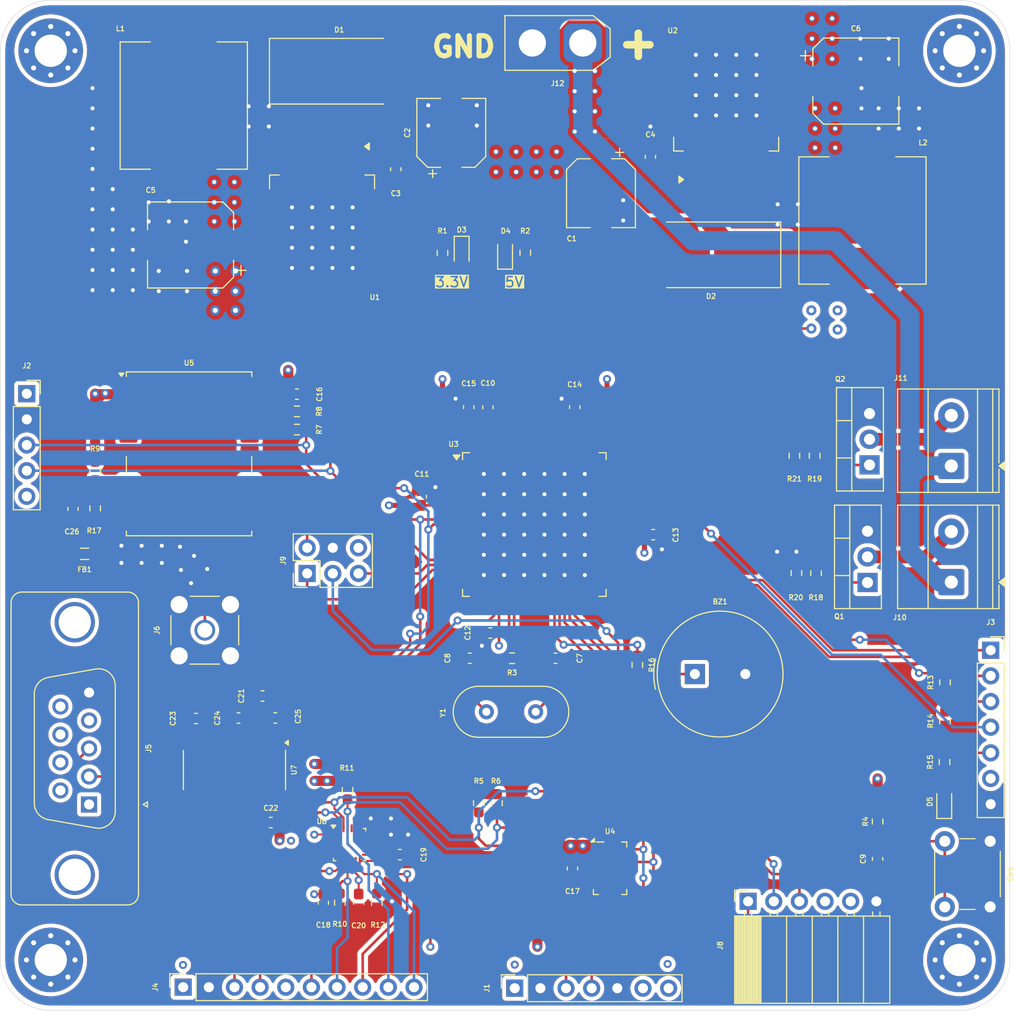
<source format=kicad_pcb>
(kicad_pcb (version 20241229) (generator "pcbnew") (generator_version "9.0")
  (layers (0 "F.Cu" signal) (4 "In1.Cu" signal) (6 "In2.Cu" signal) (2 "B.Cu" signal) (13 "F.Paste" user) (15 "B.Paste" user) (5 "F.SilkS" user "F.Silkscreen") (7 "B.SilkS" user "B.Silkscreen") (1 "F.Mask" user) (3 "B.Mask" user) (25 "Edge.Cuts" user))
  (net 0 "")
  (net 1 "VCC")
  (net 2 "GND")
  (net 3 "5V")
  (net 4 "3.3V")
  (net 5 "RESET")
  (net 6 "DTR")
  (net 7 "Net-(U3-AREF)")
  (net 8 "Net-(D1-K)")
  (net 9 "Net-(D2-K)")
  (net 10 "GNSS_ANT")
  (net 11 "TTL_RX1")
  (net 12 "ICSP_MOSI")
  (net 13 "ICSP_SCK")
  (net 14 "ICSP_MISO")
  (net 15 "I2C_SDA")
  (net 16 "/Sensors/AD0")
  (net 17 "/Sensors/FSYNC")
  (net 18 "/Sensors/ECL")
  (net 19 "/Sensors/INT")
  (net 20 "/Sensors/nCS")
  (net 21 "I2C_SCL")
  (net 22 "RXD2")
  (net 23 "TXD2")
  (net 24 "LoRa_RXD3")
  (net 25 "/Sensors/AUX")
  (net 26 "ANT_PWR")
  (net 27 "Net-(D3-A)")
  (net 38 "TTL_TX1")
  (net 41 "M0")
  (net 45 "M1")
  (net 74 "TIMEPULSE")
  (net 75 "Net-(U3-XTAL2)")
  (net 76 "Net-(U3-XTAL1)")
  (net 77 "A9")
  (net 78 "A8")
  (net 79 "A2")
  (net 80 "A1")
  (net 81 "A3")
  (net 82 "A0")
  (net 83 "D1")
  (net 84 "D0")
  (net 85 "D3")
  (net 86 "D2")
  (net 94 "Net-(J11-Pin_2)")
  (net 95 "Net-(Q1-G)")
  (net 96 "Net-(Q2-G)")
  (net 97 "FUNYE_1")
  (net 98 "FUNYE_2")
  (net 107 "Net-(D5-A)")
  (net 108 "LoRa_TXD3")
  (net 109 "Net-(U7-C1-)")
  (net 110 "Net-(U7-C1+)")
  (net 111 "Net-(U7-C2+)")
  (net 112 "Net-(U7-C2-)")
  (net 113 "Net-(U7-VS+)")
  (net 114 "Net-(U7-VS-)")
  (net 115 "/Connectors/RS232_TXD")
  (net 116 "/Connectors/RS232_RXD")
  (net 121 "Net-(BZ1-+)")
  (net 122 "BUZZER")
  (net 123 "Net-(U6-REGOUT)")
  (net 124 "Net-(C26-Pad1)")
  (net 125 "Net-(D4-A)")
  (net 128 "Net-(J3-Pin_3)")
  (net 137 "Net-(J10-Pin_2)")
  (net 138 "Net-(U5-TXD{slash}SPI_MISO)")
  (net 139 "Net-(U5-RXD{slash}SPI_MOSI)")
  (net 140 "Net-(U5-~{RESET})")
  (footprint "Capacitor_SMD:C_0603_1608Metric_Pad1.08x0.95mm_HandSolder" (layer "F.Cu") (at 153.1 116.3375 180)
    (property "Reference" "C7")
    (property "Value" "22pF" (hide yes))
  )
  (footprint "Resistor_SMD:R_0603_1608Metric_Pad0.98x0.95mm_HandSolder" (layer "F.Cu") (at 191.675 122.54 90)
    (property "Reference" "R14")
    (property "Value" "20k" (hide yes))
  )
  (footprint "Resistor_SMD:R_0603_1608Metric_Pad0.98x0.95mm_HandSolder" (layer "F.Cu") (at 191.675 118.7275 90)
    (property "Reference" "R13")
    (property "Value" "10k" (hide yes))
  )
  (footprint "LED_SMD:LED_0603_1608Metric_Pad1.05x0.95mm_HandSolder" (layer "F.Cu") (at 143.8 76.225 -90)
    (property "Reference" "D3")
    (property "Value" "LED" (hide yes))
  )
  (footprint "MountingHole:MountingHole_3.2mm_M3_Pad_Via" (layer "F.Cu") (at 103.1 146.2)
    (property "Reference" "REF**" (hide yes))
    (property "Value" "GND" (hide yes))
  )
  (footprint "Connector_PinSocket_2.54mm:PinSocket_1x06_P2.54mm_Horizontal" (layer "F.Cu") (at 172.175 140.4 90)
    (property "Reference" "J8")
    (property "Value" "USB-TTL" (hide yes))
  )
  (footprint "Capacitor_SMD:CP_Elec_6.3x7.7" (layer "F.Cu") (at 157.6 70.3 -90)
    (property "Reference" "C1")
    (property "Value" "220uF" (hide yes))
  )
  (footprint "Package_TO_SOT_SMD:TO-263-5_TabPin3" (layer "F.Cu") (at 129.975 73.325 -90)
    (property "Reference" "U1")
    (property "Value" "LM2596S-3.3" (hide yes))
  )
  (footprint "Package_QFP:TQFP-100_14x14mm_P0.5mm" (layer "F.Cu") (at 151 103.1)
    (property "Reference" "U3")
    (property "Value" "ATmega2560-16A" (hide yes))
  )
  (footprint "MountingHole:MountingHole_3.2mm_M3_Pad_Via" (layer "F.Cu") (at 193.1 146.2)
    (property "Reference" "REF**" (hide yes))
    (property "Value" "GND" (hide yes))
  )
  (footprint "Sensor_Motion:InvenSense_QFN-24_3x3mm_P0.4mm" (layer "F.Cu") (at 132.702155 134.783804)
    (property "Reference" "U6")
    (property "Value" "MPU-9250" (hide yes))
  )
  (footprint "Diode_SMD:D_SMC_Handsoldering" (layer "F.Cu") (at 131.675 58.225)
    (property "Reference" "D1")
    (property "Value" "SK54-HT" (hide yes))
  )
  (footprint "Capacitor_SMD:CP_Elec_8x10" (layer "F.Cu") (at 182.8425 59.2)
    (property "Reference" "C6")
    (property "Value" "220uF" (hide yes))
  )
  (footprint "Capacitor_SMD:C_0603_1608Metric_Pad1.08x0.95mm_HandSolder" (layer "F.Cu") (at 185 136.2 90)
    (property "Reference" "C9")
    (property "Value" "100nF" (hide yes))
  )
  (footprint "Capacitor_SMD:C_0603_1608Metric_Pad1.08x0.95mm_HandSolder" (layer "F.Cu") (at 137.275 67.925 -90)
    (property "Reference" "C3")
    (property "Value" "100nF" (hide yes))
  )
  (footprint "TerminalBlock_Phoenix:TerminalBlock_Phoenix_MKDS-1,5-2_1x02_P5.00mm_Horizontal" (layer "F.Cu") (at 192.3 97.3 90)
    (property "Reference" "J11")
    (property "Value" "FUNYE2" (hide yes))
  )
  (footprint "Capacitor_SMD:C_0603_1608Metric_Pad1.08x0.95mm_HandSolder" (layer "F.Cu") (at 127.4875 90.193169)
    (property "Reference" "C16")
    (property "Value" "100nF" (hide yes))
  )
  (footprint "LED_SMD:LED_0603_1608Metric_Pad1.05x0.95mm_HandSolder" (layer "F.Cu") (at 148.1 76.1625 90)
    (property "Reference" "D4")
    (property "Value" "LED" (hide yes))
  )
  (footprint "Capacitor_SMD:C_0603_1608Metric_Pad1.08x0.95mm_HandSolder" (layer "F.Cu") (at 117.5 122.3)
    (property "Reference" "C23")
    (property "Value" "1uF" (hide yes))
  )
  (footprint "Capacitor_SMD:C_0603_1608Metric_Pad1.08x0.95mm_HandSolder" (layer "F.Cu") (at 146.4 91.5 -90)
    (property "Reference" "C10")
    (property "Value" "100nF" (hide yes))
  )
  (footprint "Capacitor_SMD:C_0603_1608Metric_Pad1.08x0.95mm_HandSolder" (layer "F.Cu") (at 139.8 100.3375 -90)
    (property "Reference" "C11")
    (property "Value" "100nF" (hide yes))
  )
  (footprint "Capacitor_SMD:C_0603_1608Metric_Pad1.08x0.95mm_HandSolder" (layer "F.Cu") (at 137.673162 135.776668 180)
    (property "Reference" "C19")
    (property "Value" "100nF" (hide yes))
  )
  (footprint "Connector_AMASS:AMASS_XT30U-F_1x02_P5.0mm_Vertical" (layer "F.Cu") (at 155.8 55.4275 180)
    (property "Reference" "J12")
    (property "Value" "VCC" (hide yes))
  )
  (footprint "Resistor_SMD:R_0603_1608Metric_Pad0.98x0.95mm_HandSolder" (layer "F.Cu") (at 107.5 97.8 -90)
    (property "Reference" "R9")
    (property "Value" "10k" (hide yes))
  )
  (footprint "Capacitor_SMD:C_0603_1608Metric_Pad1.08x0.95mm_HandSolder" (layer "F.Cu") (at 155 91.475 -90)
    (property "Reference" "C14")
    (property "Value" "100nF" (hide yes))
  )
  (footprint "Button_Switch_THT:SW_PUSH_6mm_H5mm" (layer "F.Cu") (at 196.15 134.45 -90)
    (property "Reference" "SW1")
    (property "Value" "RESET")
  )
  (footprint "Inductor_SMD:L_12x12mm_H6mm" (layer "F.Cu") (at 116.275 61.625 -90)
    (property "Reference" "L1")
    (property "Value" "33uH" (hide yes))
  )
  (footprint "Package_TO_SOT_THT:TO-220-3_Vertical" (layer "F.Cu") (at 184.2 97.2 90)
    (property "Reference" "Q2")
    (property "Value" "IRLZ44N" (hide yes))
  )
  (footprint "Resistor_SMD:R_0603_1608Metric_Pad0.98x0.95mm_HandSolder" (layer "F.Cu") (at 127.4875 93.7 180)
    (property "Reference" "R7")
    (property "Value" "220" (hide yes))
  )
  (footprint "Package_TO_SOT_SMD:TO-263-5_TabPin3" (layer "F.Cu") (at 170 61.3 90)
    (property "Reference" "U2")
    (property "Value" "LM2596S-5" (hide yes))
  )
  (footprint "MountingHole:MountingHole_3.2mm_M3_Pad_Via" (layer "F.Cu") (at 193.1 56.2)
    (property "Reference" "REF**" (hide yes))
    (property "Value" "GND" (hide yes))
  )
  (footprint "Capacitor_SMD:C_0603_1608Metric_Pad1.08x0.95mm_HandSolder" (layer "F.Cu") (at 130.1 140.5375 -90)
    (property "Reference" "C18")
    (property "Value" "10nF" (hide yes))
  )
  (footprint "Capacitor_SMD:C_0603_1608Metric_Pad1.08x0.95mm_HandSolder" (layer "F.Cu") (at 124.9 132.6)
    (property "Reference" "C22")
    (property "Value" "1uF" (hide yes))
  )
  (footprint "Resistor_SMD:R_0603_1608Metric_Pad0.98x0.95mm_HandSolder" (layer "F.Cu") (at 176.758328 96.290598 90)
    (property "Reference" "R21")
    (property "Value" "10k" (hide yes))
  )
  (footprint "Buzzer_Beeper:Buzzer_TDK_PS1240P02BT_D12.2mm_H6.5mm" (layer "F.Cu") (at 166.9 117.9)
    (property "Reference" "BZ1")
    (property "Value" "Buzzer" (hide yes))
  )
  (footprint "Capacitor_SMD:C_0603_1608Metric_Pad1.08x0.95mm_HandSolder" (layer "F.Cu") (at 144.5 91.475 -90)
    (property "Reference" "C15")
    (property "Value" "100nF" (hide yes))
  )
  (footprint "Resistor_SMD:R_0603_1608Metric_Pad0.98x0.95mm_HandSolder" (layer "F.Cu") (at 132.5 129.3875 90)
    (property "Reference" "R11")
    (property "Value" "10k" (hide yes))
  )
  (footprint "Resistor_SMD:R_0603_1608Metric_Pad0.98x0.95mm_HandSolder" (layer "F.Cu") (at 147.3 130.6875 90)
    (property "Reference" "R6")
    (property "Value" "4.7k" (hide yes))
  )
  (footprint "Connector_Dsub:DSUB-9_Socket_Vertical_P2.77x2.84mm_MountingHoles" (layer "F.Cu") (at 106.9 130.81 -90)
    (property "Reference" "J5")
    (property "Value" "DE9_Pins" (hide yes))
  )
  (footprint "Capacitor_SMD:C_0603_1608Metric_Pad1.08x0.95mm_HandSolder" (layer "F.Cu") (at 162.5 66.7 90)
    (property "Reference" "C4")
    (property "Value" "100nF" (hide yes))
  )
  (footprint "Capacitor_SMD:C_0603_1608Metric_Pad1.08x0.95mm_HandSolder" (layer "F.Cu") (at 133.6 140.5375 90)
    (property "Reference" "C20")
    (property "Value" "100nF" (hide yes))
  )
  (footprint "Connector_PinSocket_2.54mm:PinSocket_1x05_P2.54mm_Vertical" (layer "F.Cu") (at 100.725 90.15)
    (property "Reference" "J2")
    (property "Value" "GPS")
  )
  (footprint "MountingHole:MountingHole_3.2mm_M3_Pad_Via" (layer "F.Cu") (at 103.1 56.2)
    (property "Reference" "REF**" (hide yes))
    (property "Value" "GND" (hide yes))
  )
  (footprint "Resistor_SMD:R_0603_1608Metric_Pad0.98x0.95mm_HandSolder" (layer "F.Cu") (at 127.4875 91.9 180)
    (property "Reference" "R8")
    (property "Value" "220" (hide yes))
  )
  (footprint "Resistor_SMD:R_0603_1608Metric_Pad0.98x0.95mm_HandSolder" (layer "F.Cu") (at 178.758328 96.290598 -90)
    (property "Reference" "R19")
    (property "Value" "220" (hide yes))
  )
  (footprint "Connector_PinHeader_2.54mm:PinHeader_2x03_P2.54mm_Vertical" (layer "F.Cu") (at 128.5 107.94 90)
    (property "Reference" "J9")
    (property "Value" "ICSP" (hide yes))
  )
  (footprint "Capacitor_SMD:C_0603_1608Metric_Pad1.08x0.95mm_HandSolder" (layer "F.Cu") (at 125.345448 122.249398 180)
    (property "Reference" "C25")
    (property "Value" "1uF" (hide yes))
  )
  (footprint "Resistor_SMD:R_0603_1608Metric_Pad0.98x0.95mm_HandSolder" (layer "F.Cu") (at 176.956244 107.9125 90)
    (property "Reference" "R20")
    (property "Value" "10k" (hide yes))
  )
  (footprint "Resistor_SMD:R_0603_1608Metric_Pad0.98x0.95mm_HandSolder" (layer "F.Cu") (at 191.630551 126.612821 90)
    (property "Reference" "R15")
    (property "Value" "1k" (hide yes))
  )
  (footprint "Resistor_SMD:R_0603_1608Metric_Pad0.98x0.95mm_HandSolder" (layer "F.Cu") (at 185 132.5 -90)
    (property "Reference" "R4")
    (property "Value" "10k" (hide yes))
  )
  (footprint "Inductor_SMD:L_12x12mm_H6mm" (layer "F.Cu") (at 183.5 73 90)
    (property "Reference" "L2")
    (property "Value" "33uH" (hide yes))
  )
  (footprint "Capacitor_SMD:C_0603_1608Metric_Pad1.08x0.95mm_HandSolder" (layer "F.Cu") (at 162.769577 104.103317 180)
    (property "Reference" "C13")
    (property "Value" "100nF" (hide yes))
  )
  (footprint "Resistor_SMD:R_0603_1608Metric_Pad0.98x0.95mm_HandSolder" (layer "F.Cu") (at 150.1 76.1875 -90)
    (property "Reference" "R2")
    (property "Value" "1k" (hide yes))
  )
  (footprint "Capacitor_SMD:C_0603_1608Metric_Pad1.08x0.95mm_HandSolder" (layer "F.Cu") (at 146.6375 113.8375)
    (property "Reference" "C12")
    (property "Value" "100nF" (hide yes))
  )
  (footprint "Package_TO_SOT_THT:TO-220-3_Vertical" (layer "F.Cu") (at 184 108.84 90)
    (property "Reference" "Q1")
    (property "Value" "IRLZ44N" (hide yes))
  )
  (footprint "Capacitor_SMD:C_0603_1608Metric_Pad1.08x0.95mm_HandSolder" (layer "F.Cu") (at 154.775 137.15 90)
    (property "Reference" "C17")
    (property "Value" "100nF" (hide yes))
  )
  (footprint "Capacitor_SMD:C_0603_1608Metric_Pad1.08x0.95mm_HandSolder" (layer "F.Cu") (at 105.3075 101.549999 90)
    (property "Reference" "C26")
    (property "Value" "47pF" (hide yes))
  )
  (footprint "Capacitor_SMD:C_0603_1608Metric_Pad1.08x0.95mm_HandSolder" (layer "F.Cu") (at 121.7 122.25588 180)
    (property "Reference" "C24")
    (property "Value" "1uF" (hide yes))
  )
  (footprint "Resistor_SMD:R_0603_1608Metric_Pad0.98x0.95mm_HandSolder" (layer "F.Cu") (at 135.4 140.5375 -90)
    (property "Reference" "R12")
    (property "Value" "10k" (hide yes))
  )
  (footprint "Resistor_SMD:R_0603_1608Metric_Pad0.98x0.95mm_HandSolder" (layer "F.Cu") (at 141.9 76.2125 90)
    (property "Reference" "R1")
    (property "Value" "1k" (hide yes))
  )
  (footprint "Diode_SMD:D_SMC_Handsoldering" (layer "F.Cu") (at 168.5 76.4 180)
    (property "Reference" "D2")
    (property "Value" "SK54-HT" (hide yes))
  )
  (footprint "Crystal:Crystal_HC49-4H_Vertical" (layer "F.Cu") (at 146.25 121.6375)
    (property "Reference" "Y1")
    (property "Value" "16MHz" (hide yes))
  )
  (footprint "Package_LGA:LGA-8_3x5mm_P1.25mm" (layer "F.Cu") (at 158.5 137.125)
    (property "Reference" "U4")
    (property "Value" "MS5611-01BA" (hide yes))
  )
  (footprint "Resistor_SMD:R_0603_1608Metric_Pad0.98x0.95mm_HandSolder" (layer "F.Cu") (at 161.2 117 -90)
    (property "Reference" "R16")
    (property "Value" "10k" (hide yes))
  )
  (footprint "Capacitor_SMD:C_0603_1608Metric_Pad1.08x0.95mm_HandSolder" (layer "F.Cu") (at 124.076838 120.071171 180)
    (property "Reference" "C21")
    (property "Value" "1uF" (hide yes))
  )
  (footprint "Connector_PinSocket_2.54mm:PinSocket_1x07_P2.54mm_Vertical" (layer "F.Cu") (at 196.2 115.54)
    (property "Reference" "J3")
    (property "Value" "LoRa E22" (hide yes))
  )
  (footprint "RF_GPS:ublox_NEO" (layer "F.Cu") (at 116.8 96.1)
    (property "Reference" "U5")
    (property "Value" "NEO-M8N" (hide yes))
  )
  (footprint "Resistor_SMD:R_0603_1608Metric_Pad0.98x0.95mm_HandSolder" (layer "F.Cu") (at 145.5 130.675 90)
    (property "Reference" "R5")
    (property "Value" "4.7k" (hide yes))
  )
  (footprint "Capacitor_SMD:CP_Elec_6.3x7.7" (layer "F.Cu") (at 142.775 64.325 90)
    (property "Reference" "C2")
    (property "Value" "220uF" (hide yes))
  )
  (footprint "LED_SMD:LED_0603_1608Metric_Pad1.05x0.95mm_HandSolder" (layer "F.Cu") (at 191.6 130.54 90)
    (property "Reference" "D5")
    (property "Value" "LED" (hide yes))
  )
  (footprint "Capacitor_SMD:CP_Elec_8x10" (layer "F.Cu") (at 116.95 75.425 180)
    (property "Reference" "C5")
    (property "Value" "220uF" (hide yes))
  )
  (footprint "Connector_Coaxial:SMA_Amphenol_132134-11_Vertical" (layer "F.Cu") (at 118.36 113.56 90)
    (property "Reference" "J6")
    (property "Value" "GPS_ANT")
  )
  (footprint "TerminalBlock_Phoenix:TerminalBlock_Phoenix_MKDS-1,5-2_1x02_P5.00mm_Horizontal" (layer "F.Cu") (at 192.3 108.8 90)
    (property "Reference" "J10")
    (property "Value" "FUNYE1" (hide yes))
  )
  (footprint "Resistor_SMD:R_0603_1608Metric_Pad0.98x0.95mm_HandSolder" (layer "F.Cu") (at 148.8 116.3375 180)
    (property "Reference" "R3")
    (property "Value" "1M" (hide yes))
  )
  (footprint "Connector_PinSocket_2.54mm:PinSocket_1x10_P2.54mm_Vertical" (layer "F.Cu") (at 116.22 148.9 90)
    (property "Reference" "J4")
    (property "Value" "MPU9250")
  )
  (footprint "Resistor_SMD:R_0603_1608Metric_Pad0.98x0.95mm_HandSolder" (layer "F.Cu") (at 131.739655 140.5375 -90)
    (property "Reference" "R10")
    (property "Value" "10k" (hide yes))
  )
  (footprint "Resistor_SMD:R_0603_1608Metric_Pad0.98x0.95mm_HandSolder" (layer "F.Cu") (at 178.9 107.918342 -90)
    (property "Reference" "R18")
    (property "Value" "220" (hide yes))
  )
  (footprint "Resistor_SMD:R_0603_1608Metric_Pad0.98x0.95mm_HandSolder" (layer "F.Cu") (at 107.5 101.5 90)
    (property "Reference" "R17")
    (property "Value" "10" (hide yes))
  )
  (footprint "Capacitor_SMD:C_0603_1608Metric_Pad1.08x0.95mm_HandSolder" (layer "F.Cu") (at 144.6 116.3375)
    (property "Reference" "C8")
    (property "Value" "22pF" (hide yes))
  )
  (footprint "Package_SO:SOIC-16_3.9x9.9mm_P1.27mm" (layer "F.Cu") (at 121.3 127.4 -90)
    (property "Reference" "U7")
    (property "Value" "MAX3232" (hide yes))
  )
  (footprint "Inductor_SMD:L_0805_2012Metric_Pad1.05x1.20mm_HandSolder" (layer "F.Cu") (at 106.45 106 180)
    (property "Reference" "FB1")
    (property "Value" "1k FerriteBead" (hide yes))
  )
  (footprint "Connector_PinSocket_2.54mm:PinSocket_1x07_P2.54mm_Vertical" (layer "F.Cu") (at 149.06 149 90)
    (property "Reference" "J1")
    (property "Value" "MS5611")
  )
  (gr_line (start 193.1 151.2) (end 103.1 151.2) (stroke (width 0.05)) (layer "Edge.Cuts"))
  (gr_line (start 103.1 51.2) (end 193.1 51.2) (stroke (width 0.05)) (layer "Edge.Cuts"))
  (gr_arc (start 193.1 51.2) (mid 196.635534 52.664466) (end 198.1 56.2) (stroke (width 0.05)) (layer "Edge.Cuts"))
  (gr_arc (start 103.1 151.2) (mid 99.564466 149.735534) (end 98.1 146.2) (stroke (width 0.05)) (layer "Edge.Cuts"))
  (gr_line (start 198.1 56.2) (end 198.1 146.2) (stroke (width 0.05)) (layer "Edge.Cuts"))
  (gr_line (start 98.1 146.2) (end 98.1 56.2) (stroke (width 0.05)) (layer "Edge.Cuts"))
  (gr_arc (start 198.1 146.2) (mid 196.635534 149.735534) (end 193.1 151.2) (stroke (width 0.05)) (layer "Edge.Cuts"))
  (gr_arc (start 98.1 56.2) (mid 99.564466 52.664466) (end 103.1 51.2) (stroke (width 0.05)) (layer "Edge.Cuts"))
  (gr_text "3.3V" (at 141.1 79.1 0) (layer "F.SilkS" knockout) (effects (font (size 1 1)) (justify left)))
  (gr_text "GND\n" (at 144 55.8 0) (layer "F.SilkS") (effects (font (size 2 2) (thickness 0.5) (bold yes))))
  (gr_text "+" (at 161.3 55.4 0) (layer "F.SilkS") (effects (font (size 3 3) (thickness 0.75) (bold yes))))
  (gr_text "5V" (at 148 79.1 0) (layer "F.SilkS" knockout) (effects (font (size 1 1)) (justify left)))
  (via (at 149.2 68.2) (size 0.6) (drill 0.4) (layers "F.Cu" "B.Cu") (net 1))
  (via (at 155 58.2) (size 0.6) (drill 0.4) (layers "F.Cu" "B.Cu") (net 1))
  (via (at 147.2 68.2) (size 0.6) (drill 0.4) (layers "F.Cu" "B.Cu") (net 1))
  (via (at 157 62.2) (size 0.6) (drill 0.4) (layers "F.Cu" "B.Cu") (net 1))
  (via (at 157 60.2) (size 0.6) (drill 0.4) (layers "F.Cu" "B.Cu") (net 1))
  (via (at 153.2 68.2) (size 0.6) (drill 0.4) (layers "F.Cu" "B.Cu") (net 1))
  (via (at 151.2 68.2) (size 0.6) (drill 0.4) (layers "F.Cu" "B.Cu") (net 1))
  (via (at 149.2 66.2) (size 0.6) (drill 0.4) (layers "F.Cu" "B.Cu") (net 1))
  (via (at 157 58.2) (size 0.6) (drill 0.4) (layers "F.Cu" "B.Cu") (net 1))
  (via (at 155 62.2) (size 0.6) (drill 0.4) (layers "F.Cu" "B.Cu") (net 1))
  (via (at 155 64.2) (size 0.6) (drill 0.4) (layers "F.Cu" "B.Cu") (net 1))
  (via (at 147.2 66.2) (size 0.6) (drill 0.4) (layers "F.Cu" "B.Cu") (net 1))
  (via (at 151.2 66.2) (size 0.6) (drill 0.4) (layers "F.Cu" "B.Cu") (net 1))
  (via (at 157 64.2) (size 0.6) (drill 0.4) (layers "F.Cu" "B.Cu") (net 1))
  (via (at 155 60.2) (size 0.6) (drill 0.4) (layers "F.Cu" "B.Cu") (net 1))
  (via (at 153.2 66.2) (size 0.6) (drill 0.4) (layers "F.Cu" "B.Cu") (net 1))
  (segment (start 189.3 97.3) (end 188.2 98.4) (width 1.905) (layer "B.Cu") (net 1))
  (segment (start 188.2 82.4) (end 180.8 75) (width 1.905) (layer "B.Cu") (net 1))
  (segment (start 192.3 108.8) (end 191.2 108.8) (width 1.905) (layer "B.Cu") (net 1))
  (segment (start 188.2 105.8) (end 188.2 98.4) (width 1.905) (layer "B.Cu") (net 1))
  (segment (start 188.2 96.1) (end 188.2 82.4) (width 1.905) (layer "B.Cu") (net 1))
  (segment (start 188.3 105.9) (end 188.2 105.8) (width 1.905) (layer "B.Cu") (net 1))
  (segment (start 189.5 97.3) (end 188.2 97.3) (width 1.905) (layer "B.Cu") (net 1))
  (segment (start 188.2 97.3) (end 188.2 96.1) (width 1.905) (layer "B.Cu") (net 1))
  (segment (start 180.8 75) (end 166.7 75) (width 1.905) (layer "B.Cu") (net 1))
  (segment (start 192.3 97.3) (end 189.5 97.3) (width 1.905) (layer "B.Cu") (net 1))
  (segment (start 166.7 75) (end 155.8 64.1) (width 1.905) (layer "B.Cu") (net 1))
  (segment (start 189.4 97.3) (end 188.2 96.1) (width 1.905) (layer "B.Cu") (net 1))
  (segment (start 189.5 97.3) (end 189.4 97.3) (width 1.905) (layer "B.Cu") (net 1))
  (segment (start 188.2 98.4) (end 188.2 97.3) (width 1.905) (layer "B.Cu") (net 1))
  (segment (start 189.4 97.3) (end 189.3 97.3) (width 1.905) (layer "B.Cu") (net 1))
  (segment (start 191.2 108.8) (end 188.3 105.9) (width 1.905) (layer "B.Cu") (net 1))
  (segment (start 155.8 64.1) (end 155.8 55.4275) (width 1.905) (layer "B.Cu") (net 1))
  (segment (start 156.5 103.6) (end 156 104.1) (width 0.254) (layer "F.Cu") (net 2))
  (segment (start 154.5 95.4375) (end 154.5 97.6) (width 0.254) (layer "F.Cu") (net 2))
  (segment (start 143.3375 102.1) (end 146 102.1) (width 0.254) (layer "F.Cu") (net 2))
  (segment (start 158.6625 103.6) (end 156.5 103.6) (width 0.254) (layer "F.Cu") (net 2))
  (segment (start 134.314655 133.783804) (end 136.783804 133.783804) (width 0.2032) (layer "F.Cu") (net 2))
  (segment (start 136.783804 133.783804) (end 136.8 133.8) (width 0.2032) (layer "F.Cu") (net 2))
  (segment (start 148 110.7625) (end 148 108.1) (width 0.254) (layer "F.Cu") (net 2))
  (segment (start 154.5 97.6) (end 154 98.1) (width 0.254) (layer "F.Cu") (net 2))
  (segment (start 133.302155 133.171304) (end 133.302155 132.397845) (width 0.2032) (layer "F.Cu") (net 2))
  (segment (start 145.5 95.4375) (end 145.5 97.6) (width 0.254) (layer "F.Cu") (net 2))
  (segment (start 133.302155 132.397845) (end 133.5 132.2) (width 0.2032) (layer "F.Cu") (net 2))
  (segment (start 145.5 97.6) (end 146 98.1) (width 0.254) (layer "F.Cu") (net 2))
  (segment (start 133.5 132.2) (end 134.8 132.2) (width 0.2032) (layer "F.Cu") (net 2))
  (via (at 171 62.6) (size 0.6) (drill 0.4) (layers "F.Cu" "B.Cu") (net 2))
  (via (at 107.2375 63.9) (size 0.6) (drill 0.4) (layers "F.Cu" "B.Cu") (net 2))
  (via (at 112.8 71.2) (size 0.6) (drill 0.4) (layers "F.Cu" "B.Cu") (net 2))
  (via (at 138.5 133.8) (size 0.6) (drill 0.4) (layers "F.Cu" "B.Cu") (net 2))
  (via (at 127 75.7) (size 0.6) (drill 0.4) (layers "F.Cu" "B.Cu") (net 2))
  (via (at 146 98.1) (size 0.6) (drill 0.4) (layers "F.Cu" "B.Cu") (net 2))
  (via (at 150 108.1) (size 0.6) (drill 0.4) (layers "F.Cu" "B.Cu") (net 2))
  (via (at 122.7 63.7) (size 0.6) (drill 0.4) (layers "F.Cu" "B.Cu") (net 2))
  (via (at 124.7 63.7) (size 0.6) (drill 0.4) (layers "F.Cu" "B.Cu") (net 2))
  (via (at 117.3 106.2) (size 0.8) (drill 0.4) (layers "F.Cu" "B.Cu") (net 2))
  (via (at 169 62.6) (size 0.6) (drill 0.4) (layers "F.Cu" "B.Cu") (net 2))
  (via (at 154 102.1) (size 0.6) (drill 0.4) (layers "F.Cu" "B.Cu") (net 2))
  (via (at 148 104.1) (size 0.6) (drill 0.4) (layers "F.Cu" "B.Cu") (net 2))
  (via (at 156 100.1) (size 0.6) (drill 0.4) (layers "F.Cu" "B.Cu") (net 2))
  (via (at 131 73.7) (size 0.6) (drill 0.4) (layers "F.Cu" "B.Cu") (net 2))
  (via (at 152 106.1) (size 0.6) (drill 0.4) (layers "F.Cu" "B.Cu") (net 2))
  (via (at 118.6 107.5) (size 0.8) (drill 0.4) (layers "F.Cu" "B.Cu") (net 2))
  (via (at 186.1 57) (size 0.6) (drill 0.4) (layers "F.Cu" "B.Cu") (net 2))
  (via (at 171 60.6) (size 0.6) (drill 0.4) (layers "F.Cu" "B.Cu") (net 2))
  (via (at 150 100.1) (size 0.6) (drill 0.4) (layers "F.Cu" "B.Cu") (net 2))
  (via (at 145.8 115.1) (size 0.8) (drill 0.4) (layers "F.Cu" "B.Cu") (net 2))
  (via (at 109.2375 69.9) (size 0.6) (drill 0.4) (layers "F.Cu" "B.Cu") (net 2))
  (via (at 189.1 61.9) (size 0.6) (drill 0.4) (layers "F.Cu" "B.Cu") (net 2))
  (via (at 159.8 71) (size 0.6) (drill 0.4) (layers "F.Cu" "B.Cu") (net 2))
  (via (at 112.8 73.1) (size 0.6) (drill 0.4) (layers "F.Cu" "B.Cu") (net 2))
  (via (at 159.8 73) (size 0.6) (drill 0.4) (layers "F.Cu" "B.Cu") (net 2))
  (via (at 175.1 73.4) (size 0.6) (drill 0.4) (layers "F.Cu" "B.Cu") (net 2))
  (via (at 114.1 105.2) (size 0.8) (drill 0.4) (layers "F.Cu" "B.Cu") (net 2))
  (via (at 148 102.1) (size 0.6) (drill 0.4) (layers "F.Cu" "B.Cu") (net 2))
  (via (at 175.043488 105.790623) (size 0.6) (drill 0.4) (layers "F.Cu" "B.Cu") (net 2))
  (via (at 177.1 71.4) (size 0.6) (drill 0.4) (layers "F.Cu" "B.Cu") (net 2))
  (via (at 146 106.1) (size 0.6) (drill 0.4) (layers "F.Cu" "B.Cu") (net 2))
  (via (at 156 106.1) (size 0.6) (drill 0.4) (layers "F.Cu" "B.Cu") (net 2))
  (via (at 116.5 73.1) (size 0.6) (drill 0.4) (layers "F.Cu" "B.Cu") (net 2))
  (via (at 107.2375 77.9) (size 0.6) (drill 0.4) (layers "F.Cu" "B.Cu") (net 2))
  (via (at 173 58.6) (size 0.6) (drill 0.4) (layers "F.Cu" "B.Cu") (net 2))
  (via (at 186.1 55) (size 0.6) (drill 0.4) (layers "F.Cu" "B.Cu") (net 2))
  (via (at 154 100.1) (size 0.6) (drill 0.4) (layers "F.Cu" "B.Cu") (net 2))
  (via (at 127 77.7) (size 0.6) (drill 0.4) (layers "F.Cu" "B.Cu") (net 2))
  (via (at 133 73.7) (size 0.6) (drill 0.4) (layers "F.Cu" "B.Cu") (net 2))
  (via (at 177.1 73.4) (size 0.6) (drill 0.4) (layers "F.Cu" "B.Cu") (net 2))
  (via (at 109.2375 73.9) (size 0.6) (drill 0.4) (layers "F.Cu" "B.Cu") (net 2))
  (via (at 162.5 63.7) (size 0.6) (drill 0.4) (layers "F.Cu" "B.Cu") (net 2))
  (via (at 129 71.7) (size 0.6) (drill 0.4) (layers "F.Cu" "B.Cu") (net 2))
  (via (at 150 106.1) (size 0.6) (drill 0.4) (layers "F.Cu" "B.Cu") (net 2))
  (via (at 112.1 105.2) (size 0.8) (drill 0.4) (layers "F.Cu" "B.Cu") (net 2))
  (via (at 113.8 78) (size 0.6) (drill 0.4) (layers "F.Cu" "B.Cu") (net 2))
  (via (at 156 104.1) (size 0.6) (drill 0.4) (layers "F.Cu" "B.Cu") (net 2))
  (via (at 152 108.1) (size 0.6) (drill 0.4) (layers "F.Cu" "B.Cu") (net 2))
  (via (at 107.2375 59.9) (size 0.6) (drill 0.4) (layers "F.Cu" "B.Cu") (net 2))
  (via (at 133 71.7) (size 0.6) (drill 0.4) (layers "F.Cu" "B.Cu") (net 2))
  (via (at 111.2375 75.9) (size 0.6) (drill 0.4) (layers "F.Cu" "B.Cu") (net 2))
  (via (at 131 71.7) (size 0.6) (drill 0.4) (layers "F.Cu" "B.Cu") (net 2))
  (via (at 169 56.6) (size 0.6) (drill 0.4) (layers "F.Cu" "B.Cu") (net 2))
  (via (at 146 108.1) (size 0.6) (drill 0.4) (layers "F.Cu" "B.Cu") (net 2))
  (via (at 114.8 73.1) (size 0.6) (drill 0.4) (layers "F.Cu" "B.Cu") (net 2))
  (via (at 133 77.7) (size 0.6) (drill 0.4) (layers "F.Cu" "B.Cu") (net 2))
  (via (at 150 102.1) (size 0.6) (drill 0.4) (layers "F.Cu" "B.Cu") (net 2))
  (via (at 175.1 71.4) (size 0.6) (drill 0.4) (layers "F.Cu" "B.Cu") (net 2))
  (via (at 152 100.1) (size 0.6) (drill 0.4) (layers "F.Cu" "B.Cu") (net 2))
  (via (at 107.2375 69.9) (size 0.6) (drill 0.4) (layers "F.Cu" "B.Cu") (net 2))
  (via (at 107.2375 73.9) (size 0.6) (drill 0.4) (layers "F.Cu" "B.Cu") (net 2))
  (via (at 110.1 106.9) (size 0.8) (drill 0.4) (layers "F.Cu" "B.Cu") (net 2))
  (via (at 173 60.6) (size 0.6) (drill 0.4) (layers "F.Cu" "B.Cu") (net 2))
  (via (at 140.5 63.6) (size 0.6) (drill 0.4) (layers "F.Cu" "B.Cu") (net 2))
  (via (at 143.2 90.6375) (size 0.8) (drill 0.4) (layers "F.Cu" "B.Cu") (net 2))
  (via (at 169 58.6) (size 0.6) (drill 0.4) (layers "F.Cu" "B.Cu") (net 2))
  (via (at 185.1 61.9) (size 0.6) (drill 0.4) (layers "F.Cu" "B.Cu") (net 2))
  (via (at 183.3 55) (size 0.6) (drill 0.4) (layers "F.Cu" "B.Cu") (net 2))
  (via (at 127 71.7) (size 0.6) (drill 0.4) (layers "F.Cu" "B.Cu") (net 2))
  (via (at 109.2375 71.9) (size 0.6) (drill 0.4) (layers "F.Cu" "B.Cu") (net 2))
  (via (at 145.3 61.6) (size 0.6) (drill 0.4) (layers "F.Cu" "B.Cu") (net 2))
  (via (at 148 98.1) (size 0.6) (drill 0.4) (layers "F.Cu" "B.Cu") (net 2))
  (via (at 109.2375 77.9) (size 0.6) (drill 0.4) (layers "F.Cu" "B.Cu") (net 2))
  (via (at 154 98.1) (size 0.6) (drill 0.4) (layers "F.Cu" "B.Cu") (net 2))
  (via (at 167 62.6) (size 0.6) (drill 0.4) (layers "F.Cu" "B.Cu") (net 2))
  (via (at 127 73.7) (size 0.6) (drill 0.4) (layers "F.Cu" "B.Cu") (net 2))
  (via (at 146 104.1) (size 0.6) (drill 0.4) (layers "F.Cu" "B.Cu") (net 2))
  (via (at 163.635587 105.552587) (size 0.8) (drill 0.4) (layers "F.Cu" "B.Cu") (net 2))
  (via (at 154 104.1) (size 0.6) (drill 0.4) (layers "F.Cu" "B.Cu") (net 2))
  (via (at 171 56.6) (size 0.6) (drill 0.4) (layers "F.Cu" "B.Cu") (net 2))
  (via (at 111.2375 77.9) (size 0.6) (drill 0.4) (layers "F.Cu" "B.Cu") (net 2))
  (via (at 122.7 61.7) (size 0.6) (drill 0.4) (layers "F.Cu" "B.Cu") (net 2))
  (via (at 187.1 61.9) (size 0.6) (drill 0.4) (layers "F.Cu" "B.Cu") (net 2))
  (via (at 156 98.1) (size 0.6) (drill 0.4) (layers "F.Cu" "B.Cu") (net 2))
  (via (at 145.3 63.6) (size 0.6) (drill 0.4) (layers "F.Cu" "B.Cu") (net 2))
  (via (at 111.2375 79.9) (size 0.6) (drill 0.4) (layers "F.Cu" "B.Cu") (net 2))
  (via (at 154 106.1) (size 0.6) (drill 0.4) (layers "F.Cu" "B.Cu") (net 2))
  (via (at 116.5 75.1) (size 0.6) (drill 0.4) (layers "F.Cu" "B.Cu") (net 2))
  (via (at 116.6 80) (size 0.6) (drill 0.4) (layers "F.Cu" "B.Cu") (net 2))
  (via (at 150 104.1) (size 0.6) (drill 0.4) (layers "F.Cu" "B.Cu") (net 2))
  (via (at 129 75.7) (size 0.6) (drill 0.4) (layers "F.Cu" "B.Cu") (net 2))
  (via (at 171 58.6) (size 0.6) (drill 0.4) (layers "F.Cu" "B.Cu") (net 2))
  (via (at 140.5 61.6) (size 0.6) (drill 0.4) (layers "F.Cu" "B.Cu") (net 2))
  (via (at 148 108.1) (size 0.6) (drill 0.4) (layers "F.Cu" "B.Cu") (net 2))
  (via (at 136.8 133.8) (size 0.6) (drill 0.4) (layers "F.Cu" "B.Cu") (net 2))
  (via (at 107.2375 65.9) (size 0.6) (drill 0.4) (layers "F.Cu" "B.Cu") (net 2))
  (via (at 113.8 80) (size 0.6) (drill 0.4) (layers "F.Cu" "B.Cu") (net 2))
  (via (at 183.3 57) (size 0.6) (drill 0.4) (layers "F.Cu" "B.Cu") (net 2))
  (via (at 110.1 105.2) (size 0.8) (drill 0.4) (layers "F.Cu" "B.Cu") (net 2))
  (via (at 167 56.6) (size 0.6) (drill 0.4) (layers "F.Cu" "B.Cu") (net 2))
  (via (at 107.2375 61.9) (size 0.6) (drill 0.4) (layers "F.Cu" "B.Cu") (net 2))
  (via (at 153.7 90.6375) (size 0.8) (drill 0.4) (layers "F.Cu" "B.Cu") (net 2))
  (via (at 183.4 61.9) (size 0.6) (drill 0.4) (layers "F.Cu" "B.Cu") (net 2))
  (via (at 131 77.7) (size 0.6) (drill 0.4) (layers "F.Cu" "B.Cu") (net 2))
  (via (at 146 102.1) (size 0.6) (drill 0.4) (layers "F.Cu" "B.Cu") (net 2))
  (via (at 183.4 59.9) (size 0.6) (drill 0.4) (layers "F.Cu" "B.Cu") (net 2))
  (via (at 115.9 105.3) (size 0.8) (drill 0.4) (layers "F.Cu" "B.Cu") (net 2))
  (via (at 156 102.1) (size 0.6) (drill 0.4) (layers "F.Cu" "B.Cu") (net 2))
  (via (at 107.2375 75.9) (size 0.6) (drill 0.4) (layers "F.Cu" "B.Cu") (net 2))
  (via (at 156 108.1) (size 0.6) (drill 0.4) (layers "F.Cu" "B.Cu") (net 2))
  (via (at 167 58.6) (size 0.6) (drill 0.4) (layers "F.Cu" "B.Cu") (net 2))
  (via (at 136.8 132.2) (size 0.6) (drill 0.4) (layers "F.Cu" "B.Cu") (net 2))
  (via (at 152 102.1) (size 0.6) (drill 0.4) (layers "F.Cu" "B.Cu") (net 2))
  (via (at 148 106.1) (size 0.6) (drill 0.4) (layers "F.Cu" "B.Cu") (net 2))
  (via (at 148 100.1) (size 0.6) (drill 0.4) (layers "F.Cu" "B.Cu") (net 2))
  (via (at 136.9 140.4) (size 0.6) (drill 0.4) (layers "F.Cu" "B.Cu") (net 2))
  (via (at 152 104.1) (size 0.6) (drill 0.4) (layers "F.Cu" "B.Cu") (net 2))
  (via (at 129 77.7) (size 0.6) (drill 0.4) (layers "F.Cu" "B.Cu") (net 2))
  (via (at 150 98.1) (size 0.6) (drill 0.4) (layers "F.Cu" "B.Cu") (net 2))
  (via (at 152 98.1) (size 0.6) (drill 0.4) (layers "F.Cu" "B.Cu") (net 2))
  (via (at 114.1 106.9) (size 0.8) (drill 0.4) (layers "F.Cu" "B.Cu") (net 2))
  (via (at 124.7 61.7) (size 0.6) (drill 0.4) (layers "F.Cu" "B.Cu") (net 2))
  (via (at 133 75.7) (size 0.6) (drill 0.4) (layers "F.Cu" "B.Cu") (net 2))
  (via (at 169 60.6) (size 0.6) (drill 0.4) (layers "F.Cu" "B.Cu") (net 2))
  (via (at 185.1 63.9) (size 0.6) (drill 0.4) (layers "F.Cu" "B.Cu") (net 2))
  (via (at 173 62.6) (size 0.6) (drill 0.4) (layers "F.Cu" "B.Cu") (net 2))
  (via (at 117 108.9) (size 0.8) (drill 0.4) (layers "F.Cu" "B.Cu") (net 2))
  (via (at 116 107.6) (size 0.8) (drill 0.4) (layers "F.Cu" "B.Cu") (net 2))
  (via (at 109.2375 75.9) (size 0.6) (drill 0.4) (layers "F.Cu" "B.Cu") (net 2))
  (via (at 189.1 63.9) (size 0.6) (drill 0.4) (layers "F.Cu" "B.Cu") (net 2))
  (via (at 129 73.7) (size 0.6) (drill 0.4) (layers "F.Cu" "B.Cu") (net 2))
  (via (at 141.2 99.4) (size 0.8) (drill 0.4) (layers "F.Cu" "B.Cu") (net 2))
  (via (at 131 75.7) (size 0.6) (drill 0.4) (layers "F.Cu" "B.Cu") (net 2))
  (via (at 116.6 78) (size 0.6) (drill 0.4) (layers "F.Cu" "B.Cu") (net 2))
  (via (at 107.2375 71.9) (size 0.6) (drill 0.4) (layers "F.Cu" "B.Cu") (net 2))
  (via (at 173 56.6) (size 0.6) (drill 0.4) (layers "F.Cu" "B.Cu") (net 2))
  (via (at 107.2375 67.9) (size 0.6) (drill 0.4) (layers "F.Cu" "B.Cu") (net 2))
  (via (at 176.960946 105.790623) (size 0.6) (drill 0.4) (layers "F.Cu" "B.Cu") (net 2))
  (via (at 109.2375 79.9) (size 0.6) (drill 0.4) (layers "F.Cu" "B.Cu") (net 2))
  (via (at 154 108.1) (size 0.6) (drill 0.4) (layers "F.Cu" "B.Cu") (net 2))
  (via (at 111.2375 73.9) (size 0.6) (drill 0.4) (layers "F.Cu" "B.Cu") (net 2))
  (via (at 112.1 106.9) (size 0.8) (drill 0.4) (layers "F.Cu" "B.Cu") (net 2))
  (via (at 114.8 71.1) (size 0.6) (drill 0.4) (layers "F.Cu" "B.Cu") (net 2))
  (via (at 187.1 63.9) (size 0.6) (drill 0.4) (layers "F.Cu" "B.Cu") (net 2))
  (via (at 167 60.6) (size 0.6) (drill 0.4) (layers "F.Cu" "B.Cu") (net 2))
  (via (at 107.2375 79.9) (size 0.6) (drill 0.4) (layers "F.Cu" "B.Cu") (net 2))
  (via (at 146 100.1) (size 0.6) (drill 0.4) (layers "F.Cu" "B.Cu") (net 2))
  (via (at 134.8 132.2) (size 0.6) (drill 0.4) (layers "F.Cu" "B.Cu") (net 2))
  (segment (start 155 92.3375) (end 157.0625 92.3375) (width 0.508) (layer "F.Cu") (net 3))
  (segment (start 142.7375 92.3375) (end 141.9 91.5) (width 0.508) (layer "F.Cu") (net 3))
  (segment (start 141.9 91.5) (end 141.9 88.7) (width 0.508) (layer "F.Cu") (net 3))
  (segment (start 145 95.4375) (end 145 93.9) (width 0.254) (layer "F.Cu") (net 3))
  (segment (start 157.0625 92.3375) (end 158.2 91.2) (width 0.508) (layer "F.Cu") (net 3))
  (segment (start 147.5 113.8375) (end 147.5 115.1) (width 0.254) (layer "F.Cu") (net 3))
  (segment (start 158.6625 104.1) (end 161.90376 104.1) (width 0.254) (layer "F.Cu") (net 3))
  (segment (start 185 131.5875) (end 185 128.24) (width 1.016) (layer "F.Cu") (net 3))
  (segment (start 144.5 92.3375) (end 142.7375 92.3375) (width 0.508) (layer "F.Cu") (net 3))
  (segment (start 155.5 77.1) (end 162.1 83.7) (width 0.254) (layer "F.Cu") (net 3))
  (segment (start 161.907077 104.103317) (end 161.907077 105.892923) (width 0.508) (layer "F.Cu") (net 3))
  (segment (start 150.1 77.1) (end 155.5 77.1) (width 0.254) (layer "F.Cu") (net 3))
  (segment (start 158.2 91.2) (end 158.2 88.7) (width 0.508) (layer "F.Cu") (net 3))
  (segment (start 147.5 110.7625) (end 147.5 113.8375) (width 0.254) (layer "F.Cu") (net 3))
  (segment (start 145 93.9) (end 144.5 93.4) (width 0.254) (layer "F.Cu") (net 3))
  (segment (start 155 95.4375) (end 155 92.3375) (width 0.254) (layer "F.Cu") (net 3))
  (segment (start 161.907077 105.892923) (end 161.9 105.9) (width 0.508) (layer "F.Cu") (net 3))
  (segment (start 141 101.2) (end 139.8 101.2) (width 0.254) (layer "F.Cu") (net 3))
  (segment (start 143.3375 101.6) (end 141.4 101.6) (width 0.254) (layer "F.Cu") (net 3))
  (segment (start 139.8 101.2) (end 136.6 101.2) (width 0.508) (layer "F.Cu") (net 3))
  (segment (start 144.5 93.4) (end 144.5 92.3375) (width 0.254) (layer "F.Cu") (net 3))
  (segment (start 161.90376 104.1) (end 161.907077 104.103317) (width 0.254) (layer "F.Cu") (net 3))
  (segment (start 162.1 83.7) (end 178.4375 83.7) (width 0.254) (layer "F.Cu") (net 3))
  (segment (start 141.4 101.6) (end 141 101.2) (width 0.254) (layer "F.Cu") (net 3))
  (via (at 180.5 53) (size 0.6) (drill 0.4) (layers "F.Cu" "B.Cu") (net 3))
  (via (at 136.6 101.2) (size 0.8) (drill 0.4) (layers "F.Cu" "B.Cu") (net 3))
  (via (at 178.4375 83.7) (size 1) (drill 0.5) (layers "F.Cu" "B.Cu") (net 3))
  (via (at 181.0375 81.9) (size 1) (drill 0.5) (layers "F.Cu" "B.Cu") (net 3))
  (via (at 180.799852 63.89862) (size 0.6) (drill 0.4) (layers "F.Cu" "B.Cu") (net 3))
  (via (at 178.5 55) (size 0.6) (drill 0.4) (layers "F.Cu" "B.Cu") (net 3))
  (via (at 178.5 53) (size 0.6) (drill 0.4) (layers "F.Cu" "B.Cu") (net 3))
  (via (at 181.0375 83.8) (size 1) (drill 0.5) (layers "F.Cu" "B.Cu") (net 3))
  (via (at 178.807191 65.799999) (size 0.6) (drill 0.4) (layers "F.Cu" "B.Cu") (net 3))
  (via (at 178.799852 61.89862) (size 0.6) (drill 0.4) (layers "F.Cu" "B.Cu") (net 3))
  (via (at 185 128.24) (size 0.8) (drill 0.4) (layers "F.Cu" "B.Cu") (net 3))
  (via (at 158.2 88.7) (size 0.8) (drill 0.4) (layers "F.Cu" "B.Cu") (net 3))
  (via (at 180.799852 61.89862) (size 0.6) (drill 0.4) (layers "F.Cu" "B.Cu") (net 3))
  (via (at 180.5 55) (size 0.6) (drill 0.4) (layers "F.Cu" "B.Cu") (net 3))
  (via (at 178.799852 63.89862) (size 0.6) (drill 0.4) (layers "F.Cu" "B.Cu") (net 3))
  (via (at 161.9 105.9) (size 0.8) (drill 0.4) (layers "F.Cu" "B.Cu") (net 3))
  (via (at 178.4375 81.9) (size 1) (drill 0.5) (layers "F.Cu" "B.Cu") (net 3))
  (via (at 180.807191 65.799999) (size 0.6) (drill 0.4) (layers "F.Cu" "B.Cu") (net 3))
  (via (at 141.9 88.7) (size 0.8) (drill 0.4) (layers "F.Cu" "B.Cu") (net 3))
  (via (at 178.5 57) (size 0.6) (drill 0.4) (layers "F.Cu" "B.Cu") (net 3))
  (via (at 147.5 115.1) (size 0.8) (drill 0.4) (layers "F.Cu" "B.Cu") (net 3))
  (via (at 180.5 57) (size 0.6) (drill 0.4) (layers "F.Cu" "B.Cu") (net 3))
  (segment (start 125 90.5) (end 125 90.2) (width 0.254) (layer "F.Cu") (net 4))
  (segment (start 124.5 91.3) (end 125 90.8) (width 0.254) (layer "F.Cu") (net 4))
  (segment (start 136.803526 135.783804) (end 136.810662 135.776668) (width 0.2032) (layer "F.Cu") (net 4))
  (segment (start 136.3 81.8) (end 137.8 80.3) (width 0.254) (layer "F.Cu") (net 4))
  (segment (start 132.102155 136.396304) (end 132.102155 137.597845) (width 0.2032) (layer "F.Cu") (net 4))
  (segment (start 130.1 139.675) (end 129.225 139.675) (width 0.2032) (layer "F.Cu") (net 4))
  (segment (start 140.3625 129.7625) (end 145.5 129.7625) (width 1) (layer "F.Cu") (net 4))
  (segment (start 154.6 134.9) (end 152.6 134.9) (width 1) (layer "F.Cu") (net 4))
  (segment (start 125.745 132.5825) (end 125.7625 132.6) (width 0.254) (layer "F.Cu") (net 4))
  (segment (start 137.8 80.3) (end 137.8 77) (width 0.254) (layer "F.Cu") (net 4))
  (segment (start 125.7625 134.3625) (end 125.8 134.4) (width 0.254) (layer "F.Cu") (net 4))
  (segment (start 125 90.5) (end 125 90.4) (width 0.254) (layer "F.Cu") (net 4))
  (segment (start 134.314655 135.783804) (end 136.803526 135.783804) (width 0.2032) (layer "F.Cu") (net 4))
  (segment (start 125.7625 132.6) (end 125.7625 134.3625) (width 1) (layer "F.Cu") (net 4))
  (segment (start 132.102155 137.597845) (end 131.4 138.3) (width 0.2032) (layer "F.Cu") (net 4))
  (segment (start 125 90.4) (end 125.2 90.2) (width 0.254) (layer "F.Cu") (net 4))
  (segment (start 107.5 90.9) (end 107.5 90.15) (width 1) (layer "F.Cu") (net 4))
  (segment (start 137.8 77) (end 139.5 75.3) (width 0.254) (layer "F.Cu") (net 4))
  (segment (start 137.2 137) (end 139.5 137) (width 0.254) (layer "F.Cu") (net 4))
  (segment (start 152.6 134.9) (end 151.3 136.2) (width 1) (layer "F.Cu") (net 4))
  (segment (start 126.618169 90.2) (end 126.625 90.193169) (width 0.254) (layer "F.Cu") (net 4))
  (segment (start 145.5125 129.775) (end 145.5 129.7625) (width 1) (layer "F.Cu") (net 4))
  (segment (start 124.8 90.2) (end 125 90.2) (width 0.254) (layer "F.Cu") (net 4))
  (segment (start 122.8 91.3) (end 124.5 91.3) (width 0.254) (layer "F.Cu") (net 4))
  (segment (start 129.272408 133.8) (end 129.288604 133.783804) (width 0.2) (layer "F.Cu") (net 4))
  (segment (start 137.4 126.8) (end 140.3625 129.7625) (width 1) (layer "F.Cu") (net 4))
  (segment (start 126.625 87.807043) (end 126.617957 87.8) (width 1) (layer "F.Cu") (net 4))
  (segment (start 125 90.8) (end 125 90.5) (width 0.254) (layer "F.Cu") (net 4))
  (segment (start 136.810662 136.610662) (end 137.2 137) (width 0.254) (layer "F.Cu") (net 4))
  (segment (start 125 90.2) (end 125.2 90.2) (width 0.254) (layer "F.Cu") (net 4))
  (segment (start 125.745 129.875) (end 125.745 132.5825) (width 0.254) (layer "F.Cu") (net 4))
  (segment (start 132.5 128.475) (end 129.225 128.475) (width 1) (layer "F.Cu") (net 4))
  (segment (start 137.4 126.8) (end 129.2 126.8) (width 1) (layer "F.Cu") (net 4))
  (segment (start 140.7 138.2) (end 140.7 144.9) (width 0.254) (layer "F.Cu") (net 4))
  (segment (start 110.8 90.2) (end 108.2 90.2) (width 1) (layer "F.Cu") (net 4))
  (segment (start 131.4 138.3) (end 130.3 138.3) (width 0.2032) (layer "F.Cu") (net 4))
  (segment (start 129.288604 133.783804) (end 131.089655 133.783804) (width 0.2) (layer "F.Cu") (net 4))
  (segment (start 121.4 81.9) (end 136.2 81.9) (width 0.254) (layer "F.Cu") (net 4))
  (segment (start 125 90.4) (end 124.8 90.2) (width 0.254) (layer "F.Cu") (net 4))
  (segment (start 107.5 90.9) (end 108.2 90.2) (width 1) (layer "F.Cu") (net 4))
  (segment (start 136.810662 135.776668) (end 136.810662 136.610662) (width 0.254) (layer "F.Cu") (net 4))
  (segment (start 130.1 138.5) (end 130.1 139.675) (width 0.2032) (layer "F.Cu") (net 4))
  (segment (start 130.3 138.3) (end 130.1 138.5) (width 0.2032) (layer "F.Cu") (net 4))
  (segment (start 126.625 90.193169) (end 126.625 87.807043) (width 1) (layer "F.Cu") (net 4))
  (segment (start 108.2 90.2) (end 107.55 90.2) (width 1) (layer "F.Cu") (net 4))
  (segment (start 125.2 90.2) (end 126.618169 90.2) (width 0.254) (layer "F.Cu") (net 4))
  (segment (start 139.5 137) (end 140.7 138.2) (width 0.254) (layer "F.Cu") (net 4))
  (segment (start 147.3 129.775) (end 145.5125 129.775) (width 1) (layer "F.Cu") (net 4))
  (segment (start 136.2 81.9) (end 136.3 81.8) (width 0.254) (layer "F.Cu") (net 4))
  (segment (start 129.225 128.475) (end 129.2 128.5) (width 0.2) (layer "F.Cu") (net 4))
  (segment (start 129.225 139.675) (end 129.2 139.7) (width 0.2032) (layer "F.Cu") (net 4))
  (segment (start 107.5 96.8875) (end 107.5 90.9) (width 1) (layer "F.Cu") (net 4))
  (segment (start 122.8 90.2) (end 124.8 90.2) (width 0.254) (layer "F.Cu") (net 4))
  (segment (start 129.2048 133.8) (end 129.272408 133.8) (width 0.2) (layer "F.Cu") (net 4))
  (segment (start 107.55 90.2) (end 107.5 90.15) (width 1) (layer "F.Cu") (net 4))
  (segment (start 151.3 136.2) (end 151.3 144.9) (width 1) (layer "F.Cu") (net 4))
  (segment (start 139.5 75.3) (end 141.9 75.3) (width 0.254) (layer "F.Cu") (net 4))
  (via (at 119.292661 71.198621) (size 0.6) (drill 0.4) (layers "F.Cu" "B.Cu") (net 4))
  (via (at 154.6 134.9) (size 0.8) (drill 0.4) (layers "F.Cu" "B.Cu") (net 4))
  (via (at 121.3 73.1) (size 0.6) (drill 0.4) (layers "F.Cu" "B.Cu") (net 4))
  (via (at 119.4 80) (size 1) (drill 0.5) (layers "F.Cu" "B.Cu") (net 4))
  (via (at 151.3 144.9) (size 0.8) (drill 0.4) (layers "F.Cu" "B.Cu") (net 4))
  (via (at 108.5 90.1) (size 0.8) (drill 0.4) (layers "F.Cu" "B.Cu") (net 4))
  (via (at 164.2 146.6) (size 0.8) (drill 0.4) (layers "F.Cu" "B.Cu") (net 4))
  (via (at 129.2048 133.8) (size 0.8) (drill 0.4) (layers "F.Cu" "B.Cu") (net 4))
  (via (at 129.2 139.7) (size 0.8) (drill 0.4) (layers "F.Cu" "B.Cu") (net 4))
  (via (at 129.2 126.8) (size 0.8) (drill 0.4) (layers "F.Cu" "B.Cu") (net 4))
  (via (at 140.7 144.9) (size 0.8) (drill 0.4) (layers "F.Cu" "B.Cu") (net 4))
  (via (at 119.3 73.1) (size 0.6) (drill 0.4) (layers "F.Cu" "B.Cu") (net 4))
  (via (at 121.292661 69.198621) (size 0.6) (drill 0.4) (layers "F.Cu" "B.Cu") (net 4))
  (via (at 121.4 80) (size 1) (drill 0.5) (layers "F.Cu" "B.Cu") (net 4))
  (via (at 130.472378 128.475) (size 0.8) (drill 0.4) (layers "F.Cu" "B.Cu") (net 4))
  (via (at 149.06 146.670281) (size 0.8) (drill 0.4) (layers "F.Cu" "B.Cu") (net 4))
  (via (at 121.4 81.9) (size 1) (drill 0.5) (layers "F.Cu" "B.Cu") (net 4))
  (via (at 129.2 128.5) (size 0.8) (drill 0.4) (layers "F.Cu" "B.Cu") (net 4))
  (via (at 107.5 90.15) (size 0.8) (drill 0.4) (layers "F.Cu" "B.Cu") (net 4))
  (via (at 121.4 78) (size 1) (drill 0.5) (layers "F.Cu" "B.Cu") (net 4))
  (via (at 121.292661 71.198621) (size 0.6) (drill 0.4) (layers "F.Cu" "B.Cu") (net 4))
  (via (at 119.4 81.9) (size 1) (drill 0.5) (layers "F.Cu" "B.Cu") (net 4))
  (via (at 155.8 134.9) (size 0.8) (drill 0.4) (layers "F.Cu" "B.Cu") (net 4))
  (via (at 126.9 134.4) (size 0.8) (drill 0.4) (layers "F.Cu" "B.Cu") (net 4))
  (via (at 126.617957 87.8) (size 0.8) (drill 0.4) (layers "F.Cu" "B.Cu") (net 4))
  (via (at 125.8 134.4) (size 0.8) (drill 0.4) (layers "F.Cu" "B.Cu") (net 4))
  (via (at 119.4 78) (size 1) (drill 0.5) (layers "F.Cu" "B.Cu") (net 4))
  (via (at 116.2 146.7) (size 0.8) (drill 0.4) (layers "F.Cu" "B.Cu") (net 4))
  (via (at 119.292661 69.198621) (size 0.6) (drill 0.4) (layers "F.Cu" "B.Cu") (net 4))
  (segment (start 159.3 120.1) (end 173.6 134.4) (width 0.254) (layer "F.Cu") (net 5))
  (segment (start 184.8 134.4) (end 185 134.2) (width 0.254) (layer "F.Cu") (net 5))
  (segment (start 146.5 112.6) (end 147 112.1) (width 0.254) (layer "F.Cu") (net 5))
  (segment (start 158.15 113.65) (end 159.3 114.8) (width 0.254) (layer "F.Cu") (net 5))
  (segment (start 187.9625 135.3375) (end 188.85 134.45) (width 0.254) (layer "F.Cu") (net 5))
  (segment (start 173.6 134.4) (end 184.8 134.4) (width 0.254) (layer "F.Cu") (net 5))
  (segment (start 188.85 134.45) (end 191.65 134.45) (width 0.254) (layer "F.Cu") (net 5))
  (segment (start 185 135.3375) (end 187.9625 135.3375) (width 0.254) (layer "F.Cu") (net 5))
  (segment (start 143.4 112.6) (end 146.5 112.6) (width 0.254) (layer "F.Cu") (net 5))
  (segment (start 184.8 134.4) (end 185 134.6) (width 0.254) (layer "F.Cu") (net 5))
  (segment (start 185 135.3375) (end 185 134.6) (width 0.254) (layer "F.Cu") (net 5))
  (segment (start 185 134.6) (end 185 134.4) (width 0.254) (layer "F.Cu") (net 5))
  (segment (start 191.65 140.95) (end 191.65 134.45) (width 0.254) (layer "F.Cu") (net 5))
  (segment (start 185 134.4) (end 184.8 134.4) (width 0.254) (layer "F.Cu") (net 5))
  (segment (start 159.3 114.8) (end 159.3 120.1) (width 0.254) (layer "F.Cu") (net 5))
  (segment (start 185 134.4) (end 185 134.2) (width 0.254) (layer "F.Cu") (net 5))
  (segment (start 147 112.1) (end 147 110.7625) (width 0.254) (layer "F.Cu") (net 5))
  (segment (start 185 134.2) (end 185 133.4125) (width 0.254) (layer "F.Cu") (net 5))
  (via (at 158.15 113.65) (size 0.8) (drill 0.4) (layers "F.Cu" "B.Cu") (net 5))
  (via (at 143.4 112.6) (size 0.8) (drill 0.4) (layers "F.Cu" "B.Cu") (net 5))
  (segment (start 157.1 112.6) (end 143.4 112.6) (width 0.254) (layer "B.Cu") (net 5))
  (segment (start 158.15 113.65) (end 157.1 112.6) (width 0.254) (layer "B.Cu") (net 5))
  (segment (start 140.4942 115.5058) (end 143.4 112.6) (width 0.254) (layer "B.Cu") (net 5))
  (segment (start 131.04 107.94) (end 131.04 111.64) (width 0.254) (layer "B.Cu") (net 5))
  (segment (start 134.9058 115.5058) (end 140.4942 115.5058) (width 0.254) (layer "B.Cu") (net 5))
  (segment (start 131.04 111.64) (end 134.9058 115.5058) (width 0.254) (layer "B.Cu") (net 5))
  (segment (start 172.175 143.675) (end 173.6 145.1) (width 0.254) (layer "F.Cu") (net 6))
  (segment (start 186.1 145.1) (end 188 143.2) (width 0.254) (layer "F.Cu") (net 6))
  (segment (start 173.6 145.1) (end 186.1 145.1) (width 0.254) (layer "F.Cu") (net 6))
  (segment (start 172.175 140.4) (end 172.175 143.675) (width 0.254) (layer "F.Cu") (net 6))
  (segment (start 188 138) (end 187.0625 137.0625) (width 0.254) (layer "F.Cu") (net 6))
  (segment (start 187.0625 137.0625) (end 185 137.0625) (width 0.254) (layer "F.Cu") (net 6))
  (segment (start 188 143.2) (end 188 138) (width 0.254) (layer "F.Cu") (net 6))
  (segment (start 146 93.9) (end 146.4 93.5) (width 0.254) (layer "F.Cu") (net 7))
  (segment (start 146.4 93.5) (end 146.4 92.3625) (width 0.254) (layer "F.Cu") (net 7))
  (segment (start 146 95.4375) (end 146 93.9) (width 0.254) (layer "F.Cu") (net 7))
  (segment (start 113.989806 106) (end 107.6 106) (width 0.254) (layer "F.Cu") (net 10))
  (segment (start 107.6 104.3) (end 107.6 106) (width 0.254) (layer "F.Cu") (net 10))
  (segment (start 118.36 110.370193) (end 118.36 113.56) (width 0.254) (layer "F.Cu") (net 10))
  (segment (start 110.8 102) (end 109.9 102) (width 0.254) (layer "F.Cu") (net 10))
  (segment (start 109.9 102) (end 107.6 104.3) (width 0.254) (layer "F.Cu") (net 10))
  (arc (start 117.08 107.28) (mid 115.662207 106.332661) (end 113.989806 106) (width 0.254) (layer "F.Cu") (net 10))
  (arc (start 117.08 107.28) (mid 118.027338 108.697792) (end 118.36 110.370193) (width 0.254) (layer "F.Cu") (net 10))
  (segment (start 157.8 115.7) (end 154.5 112.4) (width 0.254) (layer "F.Cu") (net 11))
  (segment (start 154.5 112.4) (end 154.5 110.7625) (width 0.254) (layer "F.Cu") (net 11))
  (segment (start 157.8 120.945) (end 157.8 115.7) (width 0.254) (layer "F.Cu") (net 11))
  (segment (start 174.555 137.7) (end 157.8 120.945) (width 0.254) (layer "F.Cu") (net 11))
  (segment (start 177.255 138.455) (end 176.5 137.7) (width 0.254) (layer "F.Cu") (net 11))
  (segment (start 176.5 137.7) (end 174.555 137.7) (width 0.254) (layer "F.Cu") (net 11))
  (segment (start 177.255 140.4) (end 177.255 138.455) (width 0.254) (layer "F.Cu") (net 11))
  (segment (start 140.4 107.1) (end 143.3375 107.1) (width 0.254) (layer "F.Cu") (net 12))
  (segment (start 139.56 107.94) (end 140.4 107.1) (width 0.254) (layer "F.Cu") (net 12))
  (segment (start 133.58 107.94) (end 139.56 107.94) (width 0.254) (layer "F.Cu") (net 12))
  (segment (start 137.1 103.2) (end 129.1 103.2) (width 0.254) (layer "F.Cu") (net 13))
  (segment (start 128.5 103.8) (end 128.5 105.4) (width 0.254) (layer "F.Cu") (net 13))
  (segment (start 129.1 103.2) (end 128.5 103.8) (width 0.254) (layer "F.Cu") (net 13))
  (segment (start 143.3375 106.6) (end 140.5 106.6) (width 0.254) (layer "F.Cu") (net 13))
  (segment (start 140.5 106.6) (end 137.1 103.2) (width 0.254) (layer "F.Cu") (net 13))
  (segment (start 129.4 110.5) (end 128.5 109.6) (width 0.254) (layer "F.Cu") (net 14))
  (segment (start 128.5 109.6) (end 128.5 107.94) (width 0.254) (layer "F.Cu") (net 14))
  (segment (start 138 110.5) (end 129.4 110.5) (width 0.254) (layer "F.Cu") (net 14))
  (segment (start 140.9 107.6) (end 138 110.5) (width 0.254) (layer "F.Cu") (net 14))
  (segment (start 143.3375 107.6) (end 140.9 107.6) (width 0.254) (layer "F.Cu") (net 14))
  (segment (start 123.84 141.16) (end 123.84 148.9) (width 0.254) (layer "F.Cu") (net 15))
  (segment (start 130.3 131.6) (end 129.6 131.6) (width 0.254) (layer "F.Cu") (net 15))
  (segment (start 159.4 142.7) (end 156.68 145.42) (width 0.254) (layer "F.Cu") (net 15))
  (segment (start 149.5 133.1) (end 147.3 133.1) (width 0.254) (layer "F.Cu") (net 15))
  (segment (start 162.8 136.5) (end 159.8 136.5) (width 0.254) (layer "F.Cu") (net 15))
  (segment (start 162.8 136.5) (end 162.8 141.5) (width 0.254) (layer "F.Cu") (net 15))
  (segment (start 154 112.8) (end 154 110.7625) (width 0.254) (layer "F.Cu") (net 15))
  (segment (start 161.5 131.3) (end 151.3 131.3) (width 0.254) (layer "F.Cu") (net 15))
  (segment (start 130.3 131.6) (end 131 131.6) (width 0.2032) (layer "F.Cu") (net 15))
  (segment (start 157.1 115.9) (end 154 112.8) (width 0.254) (layer "F.Cu") (net 15))
  (segment (start 162.8 136.5) (end 162.8 132.6) (width 0.254) (layer "F.Cu") (net 15))
  (segment (start 147.3 131.6) (end 149.2 131.6) (width 0.254) (layer "F.Cu") (net 15))
  (segment (start 131.702155 132.302155) (end 131.702155 133.171304) (width 0.2032) (layer "F.Cu") (net 15))
  (segment (start 149.2 131.6) (end 150.4 130.4) (width 0.254) (layer "F.Cu") (net 15))
  (segment (start 157.1 128.7) (end 157.1 115.9) (width 0.254) (layer "F.Cu") (net 15))
  (segment (start 151.3 131.3) (end 149.5 133.1) (width 0.254) (layer "F.Cu") (net 15))
  (segment (start 162.8 132.6) (end 161.5 131.3) (width 0.254) (layer "F.Cu") (net 15))
  (segment (start 150.4 130.4) (end 155.4 130.4) (width 0.254) (layer "F.Cu") (net 15))
  (segment (start 128.3 132.9) (end 128.3 136.7) (width 0.254) (layer "F.Cu") (net 15))
  (segment (start 129.6 131.6) (end 128.3 132.9) (width 0.254) (layer "F.Cu") (net 15))
  (segment (start 128.3 136.7) (end 123.84 141.16) (width 0.254) (layer "F.Cu") (net 15))
  (segment (start 156.68 145.42) (end 156.68 149) (width 0.254) (layer "F.Cu") (net 15))
  (segment (start 162.8 141.5) (end 161.6 142.7) (width 0.254) (layer "F.Cu") (net 15))
  (segment (start 161.6 142.7) (end 159.4 142.7) (width 0.254) (layer "F.Cu") (net 15))
  (segment (start 155.4 130.4) (end 157.1 128.7) (width 0.254) (layer "F.Cu") (net 15))
  (segment (start 131 131.6) (end 131.702155 132.302155) (width 0.2032) (layer "F.Cu") (net 15))
  (segment (start 147.3 131.6) (end 147.3 133.1) (width 0.254) (layer "F.Cu") (net 15))
  (via (at 147.3 133.1) (size 0.8) (drill 0.4) (layers "F.Cu" "B.Cu") (net 15))
  (via (at 162.8 136.5) (size 0.8) (drill 0.4) (layers "F.Cu" "B.Cu") (net 15))
  (via (at 130.3 131.6) (size 0.8) (drill 0.4) (layers "F.Cu" "B.Cu") (net 15))
  (segment (start 137.7 130.6) (end 142.3 135.2) (width 0.254) (layer "B.Cu") (net 15))
  (segment (start 132.3 130.6) (end 137.7 130.6) (width 0.254) (layer "B.Cu") (net 15))
  (segment (start 142.3 135.2) (end 146.4 135.2) (width 0.254) (layer "B.Cu") (net 15))
  (segment (start 147.3 134.3) (end 147.3 133.1) (width 0.254) (layer "B.Cu") (net 15))
  (segment (start 130.3 131.6) (end 131.3 131.6) (width 0.254) (layer "B.Cu") (net 15))
  (segment (start 131.3 131.6) (end 132.3 130.6) (width 0.254) (layer "B.Cu") (net 15))
  (segment (start 146.4 135.2) (end 147.3 134.3) (width 0.254) (layer "B.Cu") (net 15))
  (segment (start 131.739655 138.660345) (end 132 138.4) (width 0.254) (layer "F.Cu") (net 16))
  (segment (start 132 138.4) (end 132.5 138.4) (width 0.254) (layer "F.Cu") (net 16))
  (segment (start 132.502155 138.397845) (end 132.5 138.4) (width 0.2) (layer "F.Cu") (net 16))
  (segment (start 131.739655 139.625) (end 131.739655 138.660345) (width 0.254) (layer "F.Cu") (net 16))
  (segment (start 132.502155 136.396304) (end 132.502155 138.397845) (width 0.2032) (layer "F.Cu") (net 16))
  (via (at 132.5 138.4) (size 0.8) (drill 0.4) (layers "F.Cu" "B.Cu") (net 16))
  (segment (start 132.5 138.4) (end 132.5 144) (width 0.254) (layer "B.Cu") (net 16))
  (segment (start 132.5 144) (end 131.46 145.04) (width 0.254) (layer "B.Cu") (net 16))
  (segment (start 131.46 145.04) (end 131.46 148.9) (width 0.254) (layer "B.Cu") (net 16))
  (segment (start 133.302155 136.396304) (end 133.302155 136.852446) (width 0.2032) (layer "F.Cu") (net 17))
  (segment (start 134.149709 137.7) (end 135.4 137.7) (width 0.2032) (layer "F.Cu") (net 17))
  (segment (start 135.4 139.625) (end 135.4 137.7) (width 0.2032) (layer "F.Cu") (net 17))
  (segment (start 133.302155 136.852446) (end 134.149709 137.7) (width 0.2032) (layer "F.Cu") (net 17))
  (via (at 135.4 137.7) (size 0.8) (drill 0.4) (layers "F.Cu" "B.Cu") (net 17))
  (segment (start 139.1 141.4) (end 139.1 144.6) (width 0.254) (layer "B.Cu") (net 17))
  (segment (start 139.1 144.6) (end 139.08 144.62) (width 0.254) (layer "B.Cu") (net 17))
  (segment (start 135.4 137.7) (end 139.1 141.4) (width 0.254) (layer "B.Cu") (net 17))
  (segment (start 139.08 144.62) (end 139.08 148.9) (width 0.254) (layer "B.Cu") (net 17))
  (segment (start 129.8 137.4) (end 127.6 139.6) (width 0.254) (layer "F.Cu") (net 18))
  (segment (start 130.7 137.4) (end 129.8 137.4) (width 0.254) (layer "F.Cu") (net 18))
  (segment (start 130.7 137.4) (end 131.3 137.4) (width 0.2032) (layer "F.Cu") (net 18))
  (segment (start 128.92 146.12) (end 128.92 148.9) (width 0.254) (layer "F.Cu") (net 18))
  (segment (start 131.702155 136.997845) (end 131.702155 136.396304) (width 0.2032) (layer "F.Cu") (net 18))
  (segment (start 131.3 137.4) (end 131.702155 136.997845) (width 0.2032) (layer "F.Cu") (net 18))
  (segment (start 127.6 139.6) (end 127.6 144.8) (width 0.254) (layer "F.Cu") (net 18))
  (segment (start 127.6 144.8) (end 128.92 146.12) (width 0.254) (layer "F.Cu") (net 18))
  (via (at 130.7 137.4) (size 0.8) (drill 0.4) (layers "F.Cu" "B.Cu") (net 18))
  (segment (start 134 148.9) (end 134 145.6) (width 0.254) (layer "F.Cu") (net 19))
  (segment (start 138.4 137.7) (end 136.8 137.7) (width 0.2032) (layer "F.Cu") (net 19))
  (segment (start 135.496304 136.396304) (end 133.702155 136.396304) (width 0.2032) (layer "F.Cu") (net 19))
  (segment (start 134 145.6) (end 138.4 141.2) (width 0.254) (layer "F.Cu") (net 19))
  (segment (start 136.8 137.7) (end 135.496304 136.396304) (width 0.2032) (layer "F.Cu") (net 19))
  (segment (start 138.4 141.2) (end 138.4 137.7) (width 0.254) (layer "F.Cu") (net 19))
  (via (at 138.4 137.7) (size 0.8) (drill 0.4) (layers "F.Cu" "B.Cu") (net 19))
  (segment (start 132.496526 133.165675) (end 132.502155 133.171304) (width 0.2032) (layer "F.Cu") (net 20))
  (segment (start 132.5 130.3) (end 132.496526 130.303474) (width 0.2032) (layer "F.Cu") (net 20))
  (segment (start 132.496526 130.303474) (end 132.496526 133.165675) (width 0.2032) (layer "F.Cu") (net 20))
  (via (at 132.496526 131.5) (size 0.8) (drill 0.4) (layers "F.Cu" "B.Cu") (net 20))
  (segment (start 132.496526 134.696526) (end 134.6 136.8) (width 0.254) (layer "B.Cu") (net 20))
  (segment (start 134.6 136.8) (end 134.6 139.3) (width 0.254) (layer "B.Cu") (net 20))
  (segment (start 132.496526 131.5) (end 132.496526 134.696526) (width 0.254) (layer "B.Cu") (net 20))
  (segment (start 134.6 139.3) (end 136.54 141.24) (width 0.254) (layer "B.Cu") (net 20))
  (segment (start 136.54 141.24) (end 136.54 148.9) (width 0.254) (layer "B.Cu") (net 20))
  (segment (start 154.14 144.66) (end 154.2 144.6) (width 0.254) (layer "F.Cu") (net 21))
  (segment (start 131.2 131.224284) (end 131.2 130.6) (width 0.2032) (layer "F.Cu") (net 21))
  (segment (start 160.7 141.5) (end 161.8 140.4) (width 0.254) (layer "F.Cu") (net 21))
  (segment (start 152.4 129.5) (end 151.1 129.5) (width 0.254) (layer "F.Cu") (net 21))
  (segment (start 156.3 116.2) (end 156.3 119.3) (width 0.254) (layer "F.Cu") (net 21))
  (segment (start 154.2 144.6) (end 157.3 141.5) (width 0.254) (layer "F.Cu") (net 21))
  (segment (start 127.8 132) (end 129.2 130.6) (width 0.254) (layer "F.Cu") (net 21))
  (segment (start 149.2 134.9) (end 146.2 134.9) (width 0.254) (layer "F.Cu") (net 21))
  (segment (start 154.9 114.8) (end 156.3 116.2) (width 0.254) (layer "F.Cu") (net 21))
  (segment (start 161.8 140.4) (end 161.8 138.7) (width 0.254) (layer "F.Cu") (net 21))
  (segment (start 151.8 132.3) (end 149.2 134.9) (width 0.254) (layer "F.Cu") (net 21))
  (segment (start 156.3 128.2) (end 156 128.5) (width 0.254) (layer "F.Cu") (net 21))
  (segment (start 156 128.5) (end 155 129.5) (width 0.254) (layer "F.Cu") (net 21))
  (segment (start 161.8 135.25) (end 161.8 133.3) (width 0.254) (layer "F.Cu") (net 21))
  (segment (start 129.2 130.6) (end 131.2 130.6) (width 0.254) (layer "F.Cu") (net 21))
  (segment (start 153.5 110.7625) (end 153.5 113.4) (width 0.254) (layer "F.Cu") (net 21))
  (segment (start 132.102155 132.126439) (end 131.2 131.224284) (width 0.2032) (layer "F.Cu") (net 21))
  (segment (start 146.2 134.9) (end 145.5 134.2) (width 0.254) (layer "F.Cu") (net 21))
  (segment (start 121.3 148.9) (end 121.3 142.6) (width 0.254) (layer "F.Cu") (net 21))
  (segment (start 145.5 134.2) (end 145.5 133.1) (width 0.254) (layer "F.Cu") (net 21))
  (segment (start 154.14 149) (end 154.14 144.66) (width 0.254) (layer "F.Cu") (net 21))
  (segment (start 156.3 119.3) (end 156.3 128.2) (width 0.254) (layer "F.Cu") (net 21))
  (segment (start 145.5 131.5875) (end 145.5 133.1) (width 0.254) (layer "F.Cu") (net 21))
  (segment (start 161.8 138.7) (end 161.8 138.1) (width 0.254) (layer "F.Cu") (net 21))
  (segment (start 155 129.5) (end 152.4 129.5) (width 0.254) (layer "F.Cu") (net 21))
  (segment (start 161.8 135.25) (end 159.8 135.25) (width 0.254) (layer "F.Cu") (net 21))
  (segment (start 160.8 132.3) (end 151.8 132.3) (width 0.254) (layer "F.Cu") (net 21))
  (segment (start 127.8 136.1) (end 127.8 132) (width 0.254) (layer "F.Cu") (net 21))
  (segment (start 132.102155 133.171304) (end 132.102155 132.126439) (width 0.2032) (layer "F.Cu") (net 21))
  (segment (start 121.3 142.6) (end 127.8 136.1) (width 0.254) (layer "F.Cu") (net 21))
  (segment (start 157.3 141.5) (end 160.7 141.5) (width 0.254) (layer "F.Cu") (net 21))
  (segment (start 153.5 113.4) (end 154.9 114.8) (width 0.254) (layer "F.Cu") (net 21))
  (segment (start 161.8 133.3) (end 160.8 132.3) (width 0.254) (layer "F.Cu") (net 21))
  (via (at 161.8 138.1) (size 0.8) (drill 0.4) (layers "F.Cu" "B.Cu") (net 21))
  (via (at 151.1 129.5) (size 0.8) (drill 0.4) (layers "F.Cu" "B.Cu") (net 21))
  (via (at 145.5 133.1) (size 0.8) (drill 0.4) (layers "F.Cu" "B.Cu") (net 21))
  (via (at 161.8 135.25) (size 0.8) (drill 0.4) (layers "F.Cu" "B.Cu") (net 21))
  (via (at 131.2 130.6) (size 0.8) (drill 0.4) (layers "F.Cu" "B.Cu") (net 21))
  (segment (start 138.4 130.1) (end 131.7 130.1) (width 0.254) (layer "B.Cu") (net 21))
  (segment (start 131.7 130.1) (end 131.2 130.6) (width 0.254) (layer "B.Cu") (net 21))
  (segment (start 142.6 134.3) (end 138.4 130.1) (width 0.254) (layer "B.Cu") (net 21))
  (segment (start 161.8 138.1) (end 161.8 135.25) (width 0.254) (layer "B.Cu") (net 21))
  (segment (start 145.5 133.1) (end 145.5 133.9) (width 0.254) (layer "B.Cu") (net 21))
  (segment (start 144.7 134.3) (end 142.6 134.3) (width 0.254) (layer "B.Cu") (net 21))
  (segment (start 145.5 133.9) (end 145.1 134.3) (width 0.254) (layer "B.Cu") (net 21))
  (segment (start 145.1 134.3) (end 144.7 134.3) (width 0.254) (layer "B.Cu") (net 21))
  (segment (start 145.5 133.1) (end 145.5 131.5) (width 0.254) (layer "B.Cu") (net 21))
  (segment (start 147.5 129.5) (end 151.1 129.5) (width 0.254) (layer "B.Cu") (net 21))
  (segment (start 145.5 131.5) (end 147.5 129.5) (width 0.254) (layer "B.Cu") (net 21))
  (segment (start 139.7 114.9) (end 126.6 128) (width 0.254) (layer "F.Cu") (net 22))
  (segment (start 133.9 102.6) (end 139.7 102.6) (width 0.254) (layer "F.Cu") (net 22))
  (segment (start 139.7 112.2058) (end 139.7 114.9) (width 0.254) (layer "F.Cu") (net 22))
  (segment (start 128.4 97.1) (end 133.9 102.6) (width 0.254) (layer "F.Cu") (net 22))
  (segment (start 121.2 128) (end 120.665 128.535) (width 0.254) (layer "F.Cu") (net 22))
  (segment (start 139.6942 112.2) (end 139.7 112.2058) (width 0.254) (layer "F.Cu") (net 22))
  (segment (start 143.3375 102.6) (end 139.7 102.6) (width 0.254) (layer "F.Cu") (net 22))
  (segment (start 120.665 128.535) (end 120.665 129.875) (width 0.254) (layer "F.Cu") (net 22))
  (segment (start 128.4 95.239835) (end 128.4 97.1) (width 0.254) (layer "F.Cu") (net 22))
  (segment (start 126.6 128) (end 121.2 128) (width 0.254) (layer "F.Cu") (net 22))
  (segment (start 128.4 93.7) (end 128.4 95.239835) (width 0.254) (layer "F.Cu") (net 22))
  (via (at 139.6942 112.2) (size 0.8) (drill 0.4) (layers "F.Cu" "B.Cu") (net 22))
  (via (at 128.4 95.239835) (size 0.8) (drill 0.4) (layers "F.Cu" "B.Cu") (net 22))
  (via (at 139.7 102.6) (size 0.8) (drill 0.4) (layers "F.Cu" "B.Cu") (net 22))
  (segment (start 139.6942 102.6058) (end 139.7 102.6) (width 0.254) (layer "B.Cu") (net 22))
  (segment (start 100.725 95.23) (end 128.390165 95.23) (width 0.254) (layer "B.Cu") (net 22))
  (segment (start 139.6942 112.2) (end 139.6942 102.6058) (width 0.254) (layer "B.Cu") (net 22))
  (segment (start 128.390165 95.23) (end 128.4 95.239835) (width 0.254) (layer "B.Cu") (net 22))
  (segment (start 138.7 115) (end 126.4 127.3) (width 0.254) (layer "F.Cu") (net 23))
  (segment (start 126.4 127.3) (end 120.4 127.3) (width 0.254) (layer "F.Cu") (net 23))
  (segment (start 120.4 127.3) (end 119.395 128.305) (width 0.254) (layer "F.Cu") (net 23))
  (segment (start 132.5 99.5) (end 130.8 97.8) (width 0.254) (layer "F.Cu") (net 23))
  (segment (start 130.8 97.8) (end 130.8 92.6) (width 0.254) (layer "F.Cu") (net 23))
  (segment (start 130.8 92.6) (end 130.1 91.9) (width 0.254) (layer "F.Cu") (net 23))
  (segment (start 140.5 103.6) (end 141 103.1) (width 0.254) (layer "F.Cu") (net 23))
  (segment (start 141 103.1) (end 143.3375 103.1) (width 0.254) (layer "F.Cu") (net 23))
  (segment (start 138.7 113.9) (end 138.7 115) (width 0.254) (layer "F.Cu") (net 23))
  (segment (start 130.1 91.9) (end 128.4 91.9) (width 0.254) (layer "F.Cu") (net 23))
  (segment (start 138.1 99.5) (end 132.5 99.5) (width 0.254) (layer "F.Cu") (net 23))
  (segment (start 119.395 128.305) (end 119.395 129.875) (width 0.254) (layer "F.Cu") (net 23))
  (via (at 138.1 99.5) (size 0.8) (drill 0.4) (layers "F.Cu" "B.Cu") (net 23))
  (via (at 140.5 103.6) (size 0.8) (drill 0.4) (layers "F.Cu" "B.Cu") (net 23))
  (via (at 138.7 113.9) (size 0.8) (drill 0.4) (layers "F.Cu" "B.Cu") (net 23))
  (via (at 130.8 97.8) (size 0.8) (drill 0.4) (layers "F.Cu" "B.Cu") (net 23))
  (segment (start 130.77 97.77) (end 130.8 97.8) (width 0.254) (layer "B.Cu") (net 23))
  (segment (start 138.1 99.5) (end 138.2 99.5) (width 0.254) (layer "B.Cu") (net 23))
  (segment (start 140.5 113.2) (end 140.5 103.6) (width 0.254) (layer "B.Cu") (net 23))
  (segment (start 138.2 99.5) (end 140.5 101.8) (width 0.254) (layer "B.Cu") (net 23))
  (segment (start 100.725 97.77) (end 130.77 97.77) (width 0.254) (layer "B.Cu") (net 23))
  (segment (start 140.5 101.8) (end 140.5 103.6) (width 0.254) (layer "B.Cu") (net 23))
  (segment (start 139.8 113.9) (end 140.5 113.2) (width 0.254) (layer "B.Cu") (net 23))
  (segment (start 138.7 113.9) (end 139.8 113.9) (width 0.254) (layer "B.Cu") (net 23))
  (segment (start 168.5 104) (end 167.6 103.1) (width 0.254) (layer "F.Cu") (net 24))
  (segment (start 167.6 103.1) (end 158.6625 103.1) (width 0.254) (layer "F.Cu") (net 24))
  (via (at 168.5 104) (size 0.8) (drill 0.4) (layers "F.Cu" "B.Cu") (net 24))
  (segment (start 192.46 123.16) (end 185.3 116) (width 0.254) (layer "B.Cu") (net 24))
  (segment (start 196.2 123.16) (end 192.46 123.16) (width 0.254) (layer "B.Cu") (net 24))
  (segment (start 185.3 116) (end 180.5 116) (width 0.254) (layer "B.Cu") (net 24))
  (segment (start 180.5 116) (end 168.5 104) (width 0.254) (layer "B.Cu") (net 24))
  (segment (start 196.2 125.7) (end 191.630872 125.7) (width 0.254) (layer "F.Cu") (net 25))
  (segment (start 191.630872 125.7) (end 191.630551 125.700321) (width 0.254) (layer "F.Cu") (net 25))
  (segment (start 110.8 99.8) (end 109.3 99.8) (width 0.254) (layer "F.Cu") (net 26))
  (segment (start 109.3 99.8) (end 108.5125 100.5875) (width 0.254) (layer "F.Cu") (net 26))
  (segment (start 108.5125 100.5875) (end 107.5 100.5875) (width 0.254) (layer "F.Cu") (net 26))
  (segment (start 143.775 77.125) (end 143.8 77.1) (width 0.254) (layer "F.Cu") (net 27))
  (segment (start 141.9 77.125) (end 143.775 77.125) (width 0.254) (layer "F.Cu") (net 27))
  (segment (start 155 112.1) (end 155 110.7625) (width 0.254) (layer "F.Cu") (net 38))
  (segment (start 158.5 115.6) (end 155 112.1) (width 0.254) (layer "F.Cu") (net 38))
  (segment (start 158.5 120.5) (end 158.5 115.6) (width 0.254) (layer "F.Cu") (net 38))
  (segment (start 174.7 136.7) (end 158.5 120.5) (width 0.254) (layer "F.Cu") (net 38))
  (via (at 174.7 136.7) (size 0.8) (drill 0.4) (layers "F.Cu" "B.Cu") (net 38))
  (segment (start 174.715 140.4) (end 174.715 136.715) (width 0.254) (layer "B.Cu") (net 38))
  (segment (start 174.715 136.715) (end 174.7 136.7) (width 0.254) (layer "B.Cu") (net 38))
  (segment (start 173.6 108.6) (end 158.6625 108.6) (width 0.254) (layer "F.Cu") (net 41))
  (segment (start 196.2 115.54) (end 180.54 115.54) (width 0.254) (layer "F.Cu") (net 41))
  (segment (start 180.54 115.54) (end 173.6 108.6) (width 0.254) (layer "F.Cu") (net 41))
  (segment (start 196.2 118.08) (end 194.48 118.08) (width 0.254) (layer "F.Cu") (net 45))
  (segment (start 173.1 109.1) (end 158.6625 109.1) (width 0.254) (layer "F.Cu") (net 45))
  (segment (start 194.48 118.08) (end 192.6 116.2) (width 0.254) (layer "F.Cu") (net 45))
  (segment (start 180.2 116.2) (end 173.1 109.1) (width 0.254) (layer "F.Cu") (net 45))
  (segment (start 192.6 116.2) (end 180.2 116.2) (width 0.254) (layer "F.Cu") (net 45))
  (segment (start 148.5 115.725) (end 147.8875 116.3375) (width 0.254) (layer "F.Cu") (net 75))
  (segment (start 145.4625 116.3375) (end 145.4625 120.85) (width 0.254) (layer "F.Cu") (net 75))
  (segment (start 147.8875 116.3375) (end 145.4625 116.3375) (width 0.254) (layer "F.Cu") (net 75))
  (segment (start 145.4625 120.85) (end 146.25 121.6375) (width 0.254) (layer "F.Cu") (net 75))
  (segment (start 148.5 110.7625) (end 148.5 115.725) (width 0.254) (layer "F.Cu") (net 75))
  (segment (start 149 115.625) (end 149.7125 116.3375) (width 0.254) (layer "F.Cu") (net 76))
  (segment (start 149 110.7625) (end 149 115.625) (width 0.254) (layer "F.Cu") (net 76))
  (segment (start 149.7125 116.3375) (end 152.2375 116.3375) (width 0.254) (layer "F.Cu") (net 76))
  (segment (start 152.2375 116.3375) (end 152.2375 120.53) (width 0.254) (layer "F.Cu") (net 76))
  (segment (start 152.2375 120.53) (end 151.13 121.6375) (width 0.254) (layer "F.Cu") (net 76))
  (segment (start 184.2 94.66) (end 189.94 94.66) (width 1.27) (layer "F.Cu") (net 94))
  (segment (start 189.94 94.66) (end 192.3 92.3) (width 1.27) (layer "F.Cu") (net 94))
  (segment (start 176.956244 108.825) (end 178.894158 108.825) (width 0.254) (layer "F.Cu") (net 95))
  (segment (start 178.9 108.830842) (end 183.990842 108.830842) (width 0.254) (layer "F.Cu") (net 95))
  (segment (start 178.894158 108.825) (end 178.9 108.830842) (width 0.254) (layer "F.Cu") (net 95))
  (segment (start 183.990842 108.830842) (end 184 108.84) (width 0.254) (layer "F.Cu") (net 95))
  (segment (start 184.196902 97.203098) (end 184.2 97.2) (width 0.254) (layer "F.Cu") (net 96))
  (segment (start 178.758328 97.203098) (end 184.196902 97.203098) (width 0.254) (layer "F.Cu") (net 96))
  (segment (start 176.758328 97.203098) (end 178.758328 97.203098) (width 0.254) (layer "F.Cu") (net 96))
  (segment (start 165.4 97.6) (end 171.6 103.8) (width 0.254) (layer "F.Cu") (net 97))
  (segment (start 178.9 105) (end 178.9 107.005842) (width 0.254) (layer "F.Cu") (net 97))
  (segment (start 177.7 103.8) (end 178.9 105) (width 0.254) (layer "F.Cu") (net 97))
  (segment (start 158.6625 97.6) (end 165.4 97.6) (width 0.254) (layer "F.Cu") (net 97))
  (segment (start 171.6 103.8) (end 177.7 103.8) (width 0.254) (layer "F.Cu") (net 97))
  (segment (start 178.758328 93.058328) (end 177.7 92) (width 0.254) (layer "F.Cu") (net 98))
  (segment (start 170.6 92) (end 165.5 97.1) (width 0.254) (layer "F.Cu") (net 98))
  (segment (start 165.5 97.1) (end 158.6625 97.1) (width 0.254) (layer "F.Cu") (net 98))
  (segment (start 177.7 92) (end 170.6 92) (width 0.254) (layer "F.Cu") (net 98))
  (segment (start 178.758328 95.378098) (end 178.758328 93.058328) (width 0.254) (layer "F.Cu") (net 98))
  (segment (start 191.630551 127.525321) (end 191.630551 129.634449) (width 0.254) (layer "F.Cu") (net 107))
  (segment (start 191.630551 129.634449) (end 191.6 129.665) (width 0.254) (layer "F.Cu") (net 107))
  (segment (start 158.6625 102.6) (end 168.6 102.6) (width 0.254) (layer "F.Cu") (net 108))
  (segment (start 168.6 102.6) (end 180.5 114.5) (width 0.254) (layer "F.Cu") (net 108))
  (segment (start 191.675 117.815) (end 189.115 117.815) (width 0.254) (layer "F.Cu") (net 108))
  (segment (start 180.5 114.5) (end 183.2352 114.5) (width 0.254) (layer "F.Cu") (net 108))
  (segment (start 189.115 117.815) (end 189.1 117.8) (width 0.254) (layer "F.Cu") (net 108))
  (via (at 189.1 117.8) (size 0.8) (drill 0.4) (layers "F.Cu" "B.Cu") (net 108))
  (via (at 183.2352 114.5) (size 0.8) (drill 0.4) (layers "F.Cu" "B.Cu") (net 108))
  (segment (start 183.2352 114.5) (end 185.8 114.5) (width 0.254) (layer "B.Cu") (net 108))
  (segment (start 185.8 114.5) (end 189.1 117.8) (width 0.254) (layer "B.Cu") (net 108))
  (segment (start 123.214338 120.071171) (end 123.214338 121.514338) (width 0.254) (layer "F.Cu") (net 109))
  (segment (start 123.5 121.8) (end 123.5 122.9) (width 0.254) (layer "F.Cu") (net 109))
  (segment (start 123.2 123.2) (end 123.205 123.205) (width 0.254) (layer "F.Cu") (net 109))
  (segment (start 123.214338 121.514338) (end 123.5 121.8) (width 0.254) (layer "F.Cu") (net 109))
  (segment (start 123.5 122.9) (end 123.2 123.2) (width 0.254) (layer "F.Cu") (net 109))
  (segment (start 123.205 123.205) (end 123.205 124.925) (width 0.254) (layer "F.Cu") (net 109))
  (segment (start 125.745 124.925) (end 125.745 123.545) (width 0.254) (layer "F.Cu") (net 110))
  (segment (start 125.364648 123.164648) (end 125.364648 121.564648) (width 0.254) (layer "F.Cu") (net 110))
  (segment (start 125.364648 121.564648) (end 124.939338 121.139338) (width 0.254) (layer "F.Cu") (net 110))
  (segment (start 125.745 123.545) (end 125.364648 123.164648) (width 0.254) (layer "F.Cu") (net 110))
  (segment (start 124.939338 121.139338) (end 124.939338 120.071171) (width 0.254) (layer "F.Cu") (net 110))
  (segment (start 122.5625 122.9375) (end 122.5625 122.25588) (width 0.254) (layer "F.Cu") (net 111))
  (segment (start 121.935 124.925) (end 121.935 123.565) (width 0.254) (layer "F.Cu") (net 111))
  (segment (start 121.935 123.565) (end 122.5625 122.9375) (width 0.254) (layer "F.Cu") (net 111))
  (segment (start 120.665 122.42838) (end 120.8375 122.25588) (width 0.254) (layer "F.Cu") (net 112))
  (segment (start 120.665 124.925) (end 120.665 122.42838) (width 0.254) (layer "F.Cu") (net 112))
  (segment (start 124.475 124.925) (end 124.475 122.257346) (width 0.254) (layer "F.Cu") (net 113))
  (segment (start 124.475 122.257346) (end 124.482948 122.249398) (width 0.254) (layer "F.Cu") (net 113))
  (segment (start 119.395 123.3325) (end 119.395 124.925) (width 0.254) (layer "F.Cu") (net 114))
  (segment (start 118.3625 122.3) (end 119.395 123.3325) (width 0.254) (layer "F.Cu") (net 114))
  (segment (start 121.935 129.875) (end 121.935 131.865) (width 0.254) (layer "F.Cu") (net 115))
  (segment (start 121.1 132.7) (end 113.8 132.7) (width 0.254) (layer "F.Cu") (net 115))
  (segment (start 121.935 131.865) (end 121.1 132.7) (width 0.254) (layer "F.Cu") (net 115))
  (segment (start 109.14 128.04) (end 106.9 128.04) (width 0.254) (layer "F.Cu") (net 115))
  (segment (start 113.8 132.7) (end 109.14 128.04) (width 0.254) (layer "F.Cu") (net 115))
  (segment (start 105.4 128.6) (end 105.4 126.77) (width 0.254) (layer "F.Cu") (net 116))
  (segment (start 109.1 129.4) (end 106.2 129.4) (width 0.254) (layer "F.Cu") (net 116))
  (segment (start 121.4 133.5) (end 113.2 133.5) (width 0.254) (layer "F.Cu") (net 116))
  (segment (start 123.205 129.875) (end 123.205 131.695) (width 0.254) (layer "F.Cu") (net 116))
  (segment (start 106.2 129.4) (end 105.4 128.6) (width 0.254) (layer "F.Cu") (net 116))
  (segment (start 123.205 131.695) (end 121.4 133.5) (width 0.254) (layer "F.Cu") (net 116))
  (segment (start 113.2 133.5) (end 109.1 129.4) (width 0.254) (layer "F.Cu") (net 116))
  (segment (start 105.4 126.77) (end 106.9 125.27) (width 0.254) (layer "F.Cu") (net 116))
  (segment (start 166.9 117.9) (end 161.2125 117.9) (width 0.254) (layer "F.Cu") (net 121))
  (segment (start 161.2125 117.9) (end 161.2 117.9125) (width 0.254) (layer "F.Cu") (net 121))
  (segment (start 153 110.7625) (end 153 114.1) (width 0.254) (layer "F.Cu") (net 122))
  (segment (start 153 114.1) (end 153.9 115) (width 0.254) (layer "F.Cu") (net 122))
  (segment (start 161.2 116.0875) (end 161.2 115) (width 0.254) (layer "F.Cu") (net 122))
  (via (at 153.9 115) (size 0.8) (drill 0.4) (layers "F.Cu" "B.Cu") (net 122))
  (via (at 161.2 115) (size 0.8) (drill 0.4) (layers "F.Cu" "B.Cu") (net 122))
  (segment (start 153.9 115) (end 161.2 115) (width 0.254) (layer "B.Cu") (net 122))
  (segment (start 133.6 137.9) (end 132.902155 137.202155) (width 0.2032) (layer "F.Cu") (net 123))
  (segment (start 133.6 139.675) (end 133.6 138.3) (width 0.2032) (layer "F.Cu") (net 123))
  (segment (start 132.902155 137.202155) (end 132.902155 136.396304) (width 0.2032) (layer "F.Cu") (net 123))
  (segment (start 133.6 138.3) (end 133.6 137.9) (width 0.2032) (layer "F.Cu") (net 123))
  (via (at 133.6 138.3) (size 0.8) (drill 0.4) (layers "F.Cu" "B.Cu") (net 123))
  (segment (start 105.3075 105.9925) (end 105.3 106) (width 0.254) (layer "F.Cu") (net 124))
  (segment (start 105.3075 102.412499) (end 105.3075 105.9925) (width 0.254) (layer "F.Cu") (net 124))
  (segment (start 105.3075 102.412499) (end 107.5 102.4125) (width 0.254) (layer "F.Cu") (net 124))
  (segment (start 105.291019 105.991019) (end 105.3 106) (width 0.254) (layer "F.Cu") (net 124))
  (segment (start 148.1125 75.275) (end 148.1 75.2875) (width 0.254) (layer "F.Cu") (net 125))
  (segment (start 150.1 75.275) (end 148.1125 75.275) (width 0.254) (layer "F.Cu") (net 125))
  (segment (start 191.675 120.6) (end 191.675 120.4) (width 0.254) (layer "F.Cu") (net 128))
  (segment (start 191.675 121.6275) (end 191.675 120.9) (width 0.254) (layer "F.Cu") (net 128))
  (segment (start 191.9 120.62) (end 191.695 120.62) (width 0.254) (layer "F.Cu") (net 128))
  (segment (start 191.9 120.675) (end 191.675 120.9) (width 0.254) (layer "F.Cu") (net 128))
  (segment (start 191.895 120.62) (end 191.675 120.4) (width 0.254) (layer "F.Cu") (net 128))
  (segment (start 196.2 120.62) (end 191.9 120.62) (width 0.254) (layer "F.Cu") (net 128))
  (segment (start 191.675 120.9) (end 191.675 120.6) (width 0.254) (layer "F.Cu") (net 128))
  (segment (start 191.9 120.62) (end 191.9 120.675) (width 0.254) (layer "F.Cu") (net 128))
  (segment (start 191.695 120.62) (end 191.675 120.6) (width 0.254) (layer "F.Cu") (net 128))
  (segment (start 191.675 120.4) (end 191.675 119.64) (width 0.254) (layer "F.Cu") (net 128))
  (segment (start 191.9 120.62) (end 191.895 120.62) (width 0.254) (layer "F.Cu") (net 128))
  (segment (start 184 106.3) (end 189.8 106.3) (width 1.27) (layer "F.Cu") (net 137))
  (segment (start 189.8 106.3) (end 192.3 103.8) (width 1.27) (layer "F.Cu") (net 137))
  (segment (start 126.375 93.5) (end 126.575 93.7) (width 0.254) (layer "F.Cu") (net 138))
  (segment (start 122.8 93.5) (end 126.375 93.5) (width 0.254) (layer "F.Cu") (net 138))
  (segment (start 122.8 92.4) (end 126.075 92.4) (width 0.254) (layer "F.Cu") (net 139))
  (segment (start 126.075 92.4) (end 126.575 91.9) (width 0.254) (layer "F.Cu") (net 139))
  (segment (start 107.5125 98.7) (end 107.5 98.7125) (width 0.254) (layer "F.Cu") (net 140))
  (segment (start 110.8 98.7) (end 107.5125 98.7) (width 0.254) (layer "F.Cu") (net 140))
  (zone (net 4) (net_name "3.3V") (layer "F.Cu") (priority 7) (connect_pads yes (clearance 0.4)) (min_thickness 0.25) (fill yes (thermal_gap 0.5) (thermal_bridge_width 0.5))
    (polygon (pts (xy 128.875 63.125) (xy 127.775 63.125) (xy 127.575 63.425) (xy 127.575 67.825) (xy 127.075 68.325) (xy 124.875 68.325) (xy 121.575 63.825) (xy 113.575 63.825) (xy 112.675 64.825) (xy 112.675 68.525) (xy 113.475 69.625) (xy 115.675 69.625) (xy 117.775 72.225) (xy 117.775 82.491647) (xy 118.325015 83.225) (xy 122.225 83.225) (xy 122.875 82.358333) (xy 122.875 70.425) (xy 123.675 69.625) (xy 128.275 69.625) (xy 129.075 68.825) (xy 129.075 63.325)))
  )
  (zone (net 8) (net_name "Net-(D1-K)") (layer "F.Cu") (priority 5) (connect_pads yes (clearance 0.4)) (min_thickness 0.25) (fill yes (thermal_gap 0.5) (thermal_bridge_width 0.5))
    (polygon (pts (xy 132.175 68.325) (xy 132.375 68.125) (xy 132.375 60.925) (xy 131.175 59.425) (xy 131.175 56.525) (xy 129.839286 54.825) (xy 113.075 54.825) (xy 112.475 55.425) (xy 112.475 58.125) (xy 113.075 58.725) (xy 122.075 58.725) (xy 123.988043 60.725) (xy 129.875 60.725) (xy 130.975 62.225) (xy 130.975 68.125) (xy 131.175 68.325) (xy 131.775 68.325)))
  )
  (zone (net 1) (net_name "VCC") (layer "F.Cu") (priority 3) (connect_pads yes (clearance 0.4)) (min_thickness 0.25) (fill yes (thermal_gap 0.5) (thermal_bridge_width 0.5))
    (polygon (pts (xy 132.775 68.325) (xy 132.575 68.125) (xy 132.575 62.525) (xy 132.775 62.325) (xy 137.675 62.325) (xy 140.075 64.625) (xy 143.675 64.625) (xy 144.575 65.725) (xy 144.575 68.825) (xy 143.241667 70.025) (xy 140.227632 70.025) (xy 138.375 67.825) (xy 136.275 67.825) (xy 135.875 68.325)))
  )
  (zone (net 1) (net_name "VCC") (layer "F.Cu") (priority 2) (connect_pads yes (clearance 0.4)) (min_thickness 0.25) (fill yes (thermal_gap 0.5) (thermal_bridge_width 0.5))
    (polygon (pts (xy 157.249995 53.2) (xy 158.3 54.169236) (xy 158.3 61) (xy 159.9 62.4) (xy 159.9 68.7) (xy 158.816667 70) (xy 141.888889 70) (xy 141 69) (xy 141 65.5) (xy 141.8 64.6) (xy 151.3 64.6) (xy 153.5 62.1) (xy 153.5 54.136366) (xy 154.358336 53.2)))
  )
  (zone (net 1) (net_name "VCC") (layer "F.Cu") (priority 4) (connect_pads yes (clearance 0.4)) (min_thickness 0.25) (fill yes (thermal_gap 0.5) (thermal_bridge_width 0.5))
    (polygon (pts (xy 167.1 66.3) (xy 167.3 66.5) (xy 167.3 72.1) (xy 167.1 72.3) (xy 162.2 72.3) (xy 159.8 70) (xy 156.2 70) (xy 155.3 68.9) (xy 155.3 65.8) (xy 156.3 64.9) (xy 159.9 64.9) (xy 161.5 66.8) (xy 163.6 66.8) (xy 164 66.3)))
  )
  (zone (net 4) (net_name "3.3V") (layer "F.Cu") (priority 1) (connect_pads yes (clearance 0.4)) (min_thickness 0.25) (fill yes (thermal_gap 0.5) (thermal_bridge_width 0.5))
    (polygon (pts (xy 158.3 134.7) (xy 158.3 136.8) (xy 158 137.1) (xy 154.1 137.1) (xy 153.9 136.8) (xy 153.9 134.7) (xy 154.3 134.3) (xy 158 134.3)))
  )
  (zone (net 9) (net_name "Net-(D2-K)") (layer "F.Cu") (priority 6) (connect_pads yes (clearance 0.4)) (min_thickness 0.25) (fill yes (thermal_gap 0.5) (thermal_bridge_width 0.5))
    (polygon (pts (xy 167.8 66.3) (xy 167.6 66.5) (xy 167.6 73.7) (xy 168.8 75.2) (xy 168.8 78.1) (xy 170.135714 79.8) (xy 186.9 79.8) (xy 187.5 79.2) (xy 187.5 76.5) (xy 186.7 75.7) (xy 177.708695 75.7) (xy 176.273913 74.2) (xy 170.32 74.2) (xy 169 72.4) (xy 169 66.5) (xy 168.8 66.3) (xy 168.2 66.3)))
  )
  (zone (net 3) (net_name "5V") (layer "F.Cu") (priority 8) (connect_pads yes (clearance 0.4)) (min_thickness 0.25) (fill yes (thermal_gap 0.5) (thermal_bridge_width 0.5))
    (polygon (pts (xy 171.1 71.4) (xy 172.2 71.4) (xy 172.4 71.1) (xy 172.4 66.7) (xy 172.9 66.2) (xy 175.1 66.2) (xy 178.18 70.4) (xy 186.47 70.4) (xy 187.3 69.477778) (xy 187.3 66) (xy 186.5 64.9) (xy 184.3 64.9) (xy 182.2 62.3) (xy 182.2 52.833346) (xy 181.574991 52) (xy 177.749999 52) (xy 177.1 52.866665) (xy 177.1 64.6) (xy 176.5 65.2) (xy 171.4 65.2) (xy 170.9 65.7) (xy 170.9 71.2)))
  )
  (zone (net 2) (net_name "GND") (layers "F.Cu" "B.Cu" "In1.Cu") (connect_pads yes (clearance 0.4)) (min_thickness 0.25) (fill yes (thermal_gap 0.5) (thermal_bridge_width 0.5))
    (polygon (pts (xy 198.1 51.2) (xy 198.1 151.2) (xy 98.1 151.2) (xy 98.1 51.2)))
  )
)
</source>
